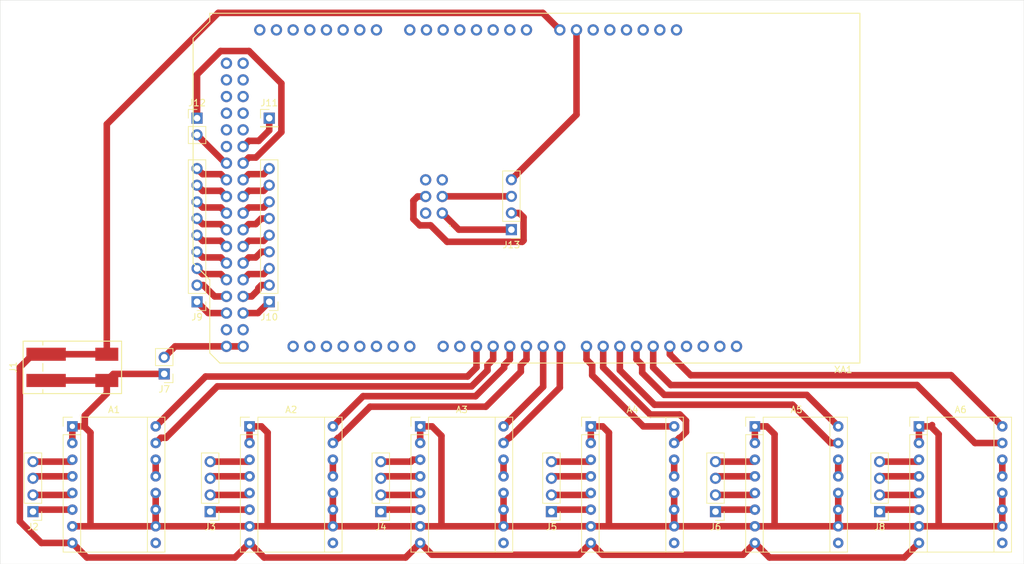
<source format=kicad_pcb>
(kicad_pcb (version 20171130) (host pcbnew 5.1.2-f72e74a~84~ubuntu18.04.1)

  (general
    (thickness 1.6)
    (drawings 5)
    (tracks 310)
    (zones 0)
    (modules 20)
    (nets 122)
  )

  (page A4)
  (layers
    (0 F.Cu signal)
    (31 B.Cu signal)
    (32 B.Adhes user)
    (33 F.Adhes user)
    (34 B.Paste user)
    (35 F.Paste user)
    (36 B.SilkS user)
    (37 F.SilkS user)
    (38 B.Mask user)
    (39 F.Mask user)
    (40 Dwgs.User user)
    (41 Cmts.User user)
    (42 Eco1.User user)
    (43 Eco2.User user)
    (44 Edge.Cuts user)
    (45 Margin user)
    (46 B.CrtYd user)
    (47 F.CrtYd user)
    (48 B.Fab user)
    (49 F.Fab user)
  )

  (setup
    (last_trace_width 1)
    (trace_clearance 0.5)
    (zone_clearance 0.508)
    (zone_45_only no)
    (trace_min 0.2)
    (via_size 0.8)
    (via_drill 0.4)
    (via_min_size 0.4)
    (via_min_drill 0.3)
    (uvia_size 0.3)
    (uvia_drill 0.1)
    (uvias_allowed no)
    (uvia_min_size 0.2)
    (uvia_min_drill 0.1)
    (edge_width 0.05)
    (segment_width 0.2)
    (pcb_text_width 0.3)
    (pcb_text_size 1.5 1.5)
    (mod_edge_width 0.12)
    (mod_text_size 1 1)
    (mod_text_width 0.15)
    (pad_size 1.524 1.524)
    (pad_drill 0.762)
    (pad_to_mask_clearance 0.051)
    (solder_mask_min_width 0.25)
    (aux_axis_origin 0 0)
    (visible_elements FFFFFF7F)
    (pcbplotparams
      (layerselection 0x010fc_ffffffff)
      (usegerberextensions false)
      (usegerberattributes false)
      (usegerberadvancedattributes false)
      (creategerberjobfile false)
      (excludeedgelayer true)
      (linewidth 0.100000)
      (plotframeref false)
      (viasonmask false)
      (mode 1)
      (useauxorigin false)
      (hpglpennumber 1)
      (hpglpenspeed 20)
      (hpglpendiameter 15.000000)
      (psnegative false)
      (psa4output false)
      (plotreference true)
      (plotvalue true)
      (plotinvisibletext false)
      (padsonsilk false)
      (subtractmaskfromsilk false)
      (outputformat 1)
      (mirror false)
      (drillshape 1)
      (scaleselection 1)
      (outputdirectory ""))
  )

  (net 0 "")
  (net 1 GND)
  (net 2 "Net-(A1-Pad3)")
  (net 3 "Net-(A1-Pad4)")
  (net 4 "Net-(A1-Pad5)")
  (net 5 "Net-(A1-Pad13)")
  (net 6 "Net-(A1-Pad6)")
  (net 7 /STEP_motor0)
  (net 8 /DIR_motor0)
  (net 9 /DIR_motor1)
  (net 10 /STEP_motor1)
  (net 11 "Net-(A2-Pad13)")
  (net 12 "Net-(A2-Pad6)")
  (net 13 "Net-(A2-Pad5)")
  (net 14 "Net-(A2-Pad4)")
  (net 15 "Net-(A2-Pad3)")
  (net 16 "Net-(A3-Pad3)")
  (net 17 "Net-(A3-Pad4)")
  (net 18 "Net-(A3-Pad5)")
  (net 19 "Net-(A3-Pad13)")
  (net 20 "Net-(A3-Pad6)")
  (net 21 /STEP_motor2)
  (net 22 /DIR_motor2)
  (net 23 /DIR_motor3)
  (net 24 /STEP_motor3)
  (net 25 "Net-(A4-Pad13)")
  (net 26 "Net-(A4-Pad6)")
  (net 27 "Net-(A4-Pad5)")
  (net 28 "Net-(A4-Pad4)")
  (net 29 "Net-(A4-Pad3)")
  (net 30 "Net-(A5-Pad3)")
  (net 31 "Net-(A5-Pad4)")
  (net 32 "Net-(A5-Pad5)")
  (net 33 "Net-(A5-Pad13)")
  (net 34 "Net-(A5-Pad6)")
  (net 35 /STEP_motor4)
  (net 36 /DIR_motor4)
  (net 37 /DIR_motor5)
  (net 38 /STEP_motor5)
  (net 39 "Net-(A6-Pad13)")
  (net 40 "Net-(A6-Pad6)")
  (net 41 "Net-(A6-Pad5)")
  (net 42 "Net-(A6-Pad4)")
  (net 43 "Net-(A6-Pad3)")
  (net 44 +12V)
  (net 45 /UP_motor0)
  (net 46 /DOWN_motor0)
  (net 47 /HOME_motor0)
  (net 48 /UP_motor1)
  (net 49 /DOWN_motor1)
  (net 50 /HOME_motor1)
  (net 51 /UP_motor2)
  (net 52 /DOWN_motor2)
  (net 53 /HOME_motor2)
  (net 54 /UP_motor3)
  (net 55 /DOWN_motor3)
  (net 56 /HOME_motor3)
  (net 57 /UP_motor4)
  (net 58 /DOWN_motor4)
  (net 59 /HOME_motor4)
  (net 60 /UP_motor5)
  (net 61 /DOWN_motor5)
  (net 62 /HOME_motor5)
  (net 63 /EMERGENCY)
  (net 64 /ONOFF)
  (net 65 /5V)
  (net 66 /NEOPIXEL)
  (net 67 "Net-(XA1-PadRST2)")
  (net 68 "Net-(XA1-PadGND4)")
  (net 69 /MOSI)
  (net 70 /SCK)
  (net 71 "Net-(XA1-Pad5V2)")
  (net 72 "Net-(XA1-PadA0)")
  (net 73 "Net-(XA1-Pad3V3)")
  (net 74 "Net-(XA1-PadRST1)")
  (net 75 "Net-(XA1-PadIORF)")
  (net 76 "Net-(XA1-PadD21)")
  (net 77 "Net-(XA1-PadD20)")
  (net 78 "Net-(XA1-PadD19)")
  (net 79 "Net-(XA1-PadD18)")
  (net 80 "Net-(XA1-PadD17)")
  (net 81 "Net-(XA1-PadD16)")
  (net 82 "Net-(XA1-PadD15)")
  (net 83 "Net-(XA1-PadD14)")
  (net 84 "Net-(XA1-PadD0)")
  (net 85 "Net-(XA1-PadD1)")
  (net 86 "Net-(XA1-PadSCL)")
  (net 87 "Net-(XA1-PadSDA)")
  (net 88 "Net-(XA1-PadAREF)")
  (net 89 "Net-(XA1-PadA1)")
  (net 90 "Net-(XA1-PadA2)")
  (net 91 "Net-(XA1-PadA3)")
  (net 92 "Net-(XA1-PadA4)")
  (net 93 "Net-(XA1-PadA5)")
  (net 94 "Net-(XA1-PadA6)")
  (net 95 "Net-(XA1-PadA7)")
  (net 96 "Net-(XA1-PadA8)")
  (net 97 "Net-(XA1-PadA9)")
  (net 98 "Net-(XA1-PadA10)")
  (net 99 "Net-(XA1-PadA11)")
  (net 100 "Net-(XA1-PadA12)")
  (net 101 "Net-(XA1-PadA13)")
  (net 102 "Net-(XA1-PadA14)")
  (net 103 "Net-(XA1-PadA15)")
  (net 104 "Net-(XA1-PadD45)")
  (net 105 "Net-(XA1-PadD46)")
  (net 106 "Net-(XA1-PadD47)")
  (net 107 "Net-(XA1-PadD48)")
  (net 108 "Net-(XA1-PadD49)")
  (net 109 "Net-(XA1-PadD50)")
  (net 110 "Net-(XA1-PadD51)")
  (net 111 "Net-(XA1-PadD52)")
  (net 112 /SS)
  (net 113 /MISO)
  (net 114 "Net-(A1-Pad9)")
  (net 115 "Net-(A2-Pad9)")
  (net 116 "Net-(A3-Pad9)")
  (net 117 "Net-(A4-Pad9)")
  (net 118 "Net-(A5-Pad9)")
  (net 119 "Net-(A6-Pad9)")
  (net 120 "Net-(XA1-PadD23)")
  (net 121 "Net-(XA1-PadD22)")

  (net_class Default "This is the default net class."
    (clearance 0.5)
    (trace_width 1)
    (via_dia 0.8)
    (via_drill 0.4)
    (uvia_dia 0.3)
    (uvia_drill 0.1)
    (add_net +12V)
    (add_net /5V)
    (add_net /DIR_motor0)
    (add_net /DIR_motor1)
    (add_net /DIR_motor2)
    (add_net /DIR_motor3)
    (add_net /DIR_motor4)
    (add_net /DIR_motor5)
    (add_net /DOWN_motor0)
    (add_net /DOWN_motor1)
    (add_net /DOWN_motor2)
    (add_net /DOWN_motor3)
    (add_net /DOWN_motor4)
    (add_net /DOWN_motor5)
    (add_net /EMERGENCY)
    (add_net /HOME_motor0)
    (add_net /HOME_motor1)
    (add_net /HOME_motor2)
    (add_net /HOME_motor3)
    (add_net /HOME_motor4)
    (add_net /HOME_motor5)
    (add_net /MISO)
    (add_net /MOSI)
    (add_net /NEOPIXEL)
    (add_net /ONOFF)
    (add_net /SCK)
    (add_net /SS)
    (add_net /STEP_motor0)
    (add_net /STEP_motor1)
    (add_net /STEP_motor2)
    (add_net /STEP_motor3)
    (add_net /STEP_motor4)
    (add_net /STEP_motor5)
    (add_net /UP_motor0)
    (add_net /UP_motor1)
    (add_net /UP_motor2)
    (add_net /UP_motor3)
    (add_net /UP_motor4)
    (add_net /UP_motor5)
    (add_net GND)
    (add_net "Net-(A1-Pad13)")
    (add_net "Net-(A1-Pad3)")
    (add_net "Net-(A1-Pad4)")
    (add_net "Net-(A1-Pad5)")
    (add_net "Net-(A1-Pad6)")
    (add_net "Net-(A1-Pad9)")
    (add_net "Net-(A2-Pad13)")
    (add_net "Net-(A2-Pad3)")
    (add_net "Net-(A2-Pad4)")
    (add_net "Net-(A2-Pad5)")
    (add_net "Net-(A2-Pad6)")
    (add_net "Net-(A2-Pad9)")
    (add_net "Net-(A3-Pad13)")
    (add_net "Net-(A3-Pad3)")
    (add_net "Net-(A3-Pad4)")
    (add_net "Net-(A3-Pad5)")
    (add_net "Net-(A3-Pad6)")
    (add_net "Net-(A3-Pad9)")
    (add_net "Net-(A4-Pad13)")
    (add_net "Net-(A4-Pad3)")
    (add_net "Net-(A4-Pad4)")
    (add_net "Net-(A4-Pad5)")
    (add_net "Net-(A4-Pad6)")
    (add_net "Net-(A4-Pad9)")
    (add_net "Net-(A5-Pad13)")
    (add_net "Net-(A5-Pad3)")
    (add_net "Net-(A5-Pad4)")
    (add_net "Net-(A5-Pad5)")
    (add_net "Net-(A5-Pad6)")
    (add_net "Net-(A5-Pad9)")
    (add_net "Net-(A6-Pad13)")
    (add_net "Net-(A6-Pad3)")
    (add_net "Net-(A6-Pad4)")
    (add_net "Net-(A6-Pad5)")
    (add_net "Net-(A6-Pad6)")
    (add_net "Net-(A6-Pad9)")
    (add_net "Net-(XA1-Pad3V3)")
    (add_net "Net-(XA1-Pad5V2)")
    (add_net "Net-(XA1-PadA0)")
    (add_net "Net-(XA1-PadA1)")
    (add_net "Net-(XA1-PadA10)")
    (add_net "Net-(XA1-PadA11)")
    (add_net "Net-(XA1-PadA12)")
    (add_net "Net-(XA1-PadA13)")
    (add_net "Net-(XA1-PadA14)")
    (add_net "Net-(XA1-PadA15)")
    (add_net "Net-(XA1-PadA2)")
    (add_net "Net-(XA1-PadA3)")
    (add_net "Net-(XA1-PadA4)")
    (add_net "Net-(XA1-PadA5)")
    (add_net "Net-(XA1-PadA6)")
    (add_net "Net-(XA1-PadA7)")
    (add_net "Net-(XA1-PadA8)")
    (add_net "Net-(XA1-PadA9)")
    (add_net "Net-(XA1-PadAREF)")
    (add_net "Net-(XA1-PadD0)")
    (add_net "Net-(XA1-PadD1)")
    (add_net "Net-(XA1-PadD14)")
    (add_net "Net-(XA1-PadD15)")
    (add_net "Net-(XA1-PadD16)")
    (add_net "Net-(XA1-PadD17)")
    (add_net "Net-(XA1-PadD18)")
    (add_net "Net-(XA1-PadD19)")
    (add_net "Net-(XA1-PadD20)")
    (add_net "Net-(XA1-PadD21)")
    (add_net "Net-(XA1-PadD22)")
    (add_net "Net-(XA1-PadD23)")
    (add_net "Net-(XA1-PadD45)")
    (add_net "Net-(XA1-PadD46)")
    (add_net "Net-(XA1-PadD47)")
    (add_net "Net-(XA1-PadD48)")
    (add_net "Net-(XA1-PadD49)")
    (add_net "Net-(XA1-PadD50)")
    (add_net "Net-(XA1-PadD51)")
    (add_net "Net-(XA1-PadD52)")
    (add_net "Net-(XA1-PadGND4)")
    (add_net "Net-(XA1-PadIORF)")
    (add_net "Net-(XA1-PadRST1)")
    (add_net "Net-(XA1-PadRST2)")
    (add_net "Net-(XA1-PadSCL)")
    (add_net "Net-(XA1-PadSDA)")
  )

  (module Arduino:Arduino_Mega2560_Shield (layer F.Cu) (tedit 5A8605D3) (tstamp 5D1C3DF1)
    (at 173 63 180)
    (descr https://store.arduino.cc/arduino-mega-2560-rev3)
    (path /5D1C0625)
    (fp_text reference XA1 (at 2.54 -54.356) (layer F.SilkS)
      (effects (font (size 1 1) (thickness 0.15)))
    )
    (fp_text value Arduino_Mega2560_Shield (at 15.494 -54.356) (layer F.Fab)
      (effects (font (size 1 1) (thickness 0.15)))
    )
    (fp_line (start 9.525 -32.385) (end -6.35 -32.385) (layer B.CrtYd) (width 0.15))
    (fp_line (start 9.525 -43.815) (end -6.35 -43.815) (layer B.CrtYd) (width 0.15))
    (fp_line (start 9.525 -43.815) (end 9.525 -32.385) (layer B.CrtYd) (width 0.15))
    (fp_line (start -6.35 -43.815) (end -6.35 -32.385) (layer B.CrtYd) (width 0.15))
    (fp_text user . (at 62.484 -32.004) (layer F.SilkS)
      (effects (font (size 1 1) (thickness 0.15)))
    )
    (fp_line (start 11.43 -12.065) (end 11.43 -3.175) (layer B.CrtYd) (width 0.15))
    (fp_line (start -1.905 -3.175) (end 11.43 -3.175) (layer B.CrtYd) (width 0.15))
    (fp_line (start -1.905 -12.065) (end -1.905 -3.175) (layer B.CrtYd) (width 0.15))
    (fp_line (start -1.905 -12.065) (end 11.43 -12.065) (layer B.CrtYd) (width 0.15))
    (fp_line (start 0 -53.34) (end 0 0) (layer F.SilkS) (width 0.15))
    (fp_line (start 99.06 -40.64) (end 99.06 -51.816) (layer F.SilkS) (width 0.15))
    (fp_line (start 101.6 -38.1) (end 99.06 -40.64) (layer F.SilkS) (width 0.15))
    (fp_line (start 101.6 -3.81) (end 101.6 -38.1) (layer F.SilkS) (width 0.15))
    (fp_line (start 99.06 -1.27) (end 101.6 -3.81) (layer F.SilkS) (width 0.15))
    (fp_line (start 99.06 0) (end 99.06 -1.27) (layer F.SilkS) (width 0.15))
    (fp_line (start 97.536 -53.34) (end 99.06 -51.816) (layer F.SilkS) (width 0.15))
    (fp_line (start 0 0) (end 99.06 0) (layer F.SilkS) (width 0.15))
    (fp_line (start 0 -53.34) (end 97.536 -53.34) (layer F.SilkS) (width 0.15))
    (pad RST2 thru_hole oval (at 63.627 -25.4 180) (size 1.7272 1.7272) (drill 1.016) (layers *.Cu *.Mask)
      (net 67 "Net-(XA1-PadRST2)"))
    (pad GND4 thru_hole oval (at 66.167 -25.4 180) (size 1.7272 1.7272) (drill 1.016) (layers *.Cu *.Mask)
      (net 68 "Net-(XA1-PadGND4)"))
    (pad MOSI thru_hole oval (at 66.167 -27.94 180) (size 1.7272 1.7272) (drill 1.016) (layers *.Cu *.Mask)
      (net 69 /MOSI))
    (pad SCK thru_hole oval (at 63.627 -27.94 180) (size 1.7272 1.7272) (drill 1.016) (layers *.Cu *.Mask)
      (net 70 /SCK))
    (pad 5V2 thru_hole oval (at 66.167 -30.48 180) (size 1.7272 1.7272) (drill 1.016) (layers *.Cu *.Mask)
      (net 71 "Net-(XA1-Pad5V2)"))
    (pad A0 thru_hole oval (at 50.8 -2.54 180) (size 1.7272 1.7272) (drill 1.016) (layers *.Cu *.Mask)
      (net 72 "Net-(XA1-PadA0)"))
    (pad VIN thru_hole oval (at 45.72 -2.54 180) (size 1.7272 1.7272) (drill 1.016) (layers *.Cu *.Mask)
      (net 44 +12V))
    (pad GND3 thru_hole oval (at 43.18 -2.54 180) (size 1.7272 1.7272) (drill 1.016) (layers *.Cu *.Mask)
      (net 1 GND))
    (pad GND2 thru_hole oval (at 40.64 -2.54 180) (size 1.7272 1.7272) (drill 1.016) (layers *.Cu *.Mask)
      (net 1 GND))
    (pad 5V1 thru_hole oval (at 38.1 -2.54 180) (size 1.7272 1.7272) (drill 1.016) (layers *.Cu *.Mask)
      (net 65 /5V))
    (pad 3V3 thru_hole oval (at 35.56 -2.54 180) (size 1.7272 1.7272) (drill 1.016) (layers *.Cu *.Mask)
      (net 73 "Net-(XA1-Pad3V3)"))
    (pad RST1 thru_hole oval (at 33.02 -2.54 180) (size 1.7272 1.7272) (drill 1.016) (layers *.Cu *.Mask)
      (net 74 "Net-(XA1-PadRST1)"))
    (pad IORF thru_hole oval (at 30.48 -2.54 180) (size 1.7272 1.7272) (drill 1.016) (layers *.Cu *.Mask)
      (net 75 "Net-(XA1-PadIORF)"))
    (pad D21 thru_hole oval (at 86.36 -50.8 180) (size 1.7272 1.7272) (drill 1.016) (layers *.Cu *.Mask)
      (net 76 "Net-(XA1-PadD21)"))
    (pad D20 thru_hole oval (at 83.82 -50.8 180) (size 1.7272 1.7272) (drill 1.016) (layers *.Cu *.Mask)
      (net 77 "Net-(XA1-PadD20)"))
    (pad D19 thru_hole oval (at 81.28 -50.8 180) (size 1.7272 1.7272) (drill 1.016) (layers *.Cu *.Mask)
      (net 78 "Net-(XA1-PadD19)"))
    (pad D18 thru_hole oval (at 78.74 -50.8 180) (size 1.7272 1.7272) (drill 1.016) (layers *.Cu *.Mask)
      (net 79 "Net-(XA1-PadD18)"))
    (pad D17 thru_hole oval (at 76.2 -50.8 180) (size 1.7272 1.7272) (drill 1.016) (layers *.Cu *.Mask)
      (net 80 "Net-(XA1-PadD17)"))
    (pad D16 thru_hole oval (at 73.66 -50.8 180) (size 1.7272 1.7272) (drill 1.016) (layers *.Cu *.Mask)
      (net 81 "Net-(XA1-PadD16)"))
    (pad D15 thru_hole oval (at 71.12 -50.8 180) (size 1.7272 1.7272) (drill 1.016) (layers *.Cu *.Mask)
      (net 82 "Net-(XA1-PadD15)"))
    (pad D14 thru_hole oval (at 68.58 -50.8 180) (size 1.7272 1.7272) (drill 1.016) (layers *.Cu *.Mask)
      (net 83 "Net-(XA1-PadD14)"))
    (pad D0 thru_hole oval (at 63.5 -50.8 180) (size 1.7272 1.7272) (drill 1.016) (layers *.Cu *.Mask)
      (net 84 "Net-(XA1-PadD0)"))
    (pad D1 thru_hole oval (at 60.96 -50.8 180) (size 1.7272 1.7272) (drill 1.016) (layers *.Cu *.Mask)
      (net 85 "Net-(XA1-PadD1)"))
    (pad D2 thru_hole oval (at 58.42 -50.8 180) (size 1.7272 1.7272) (drill 1.016) (layers *.Cu *.Mask)
      (net 8 /DIR_motor0))
    (pad D3 thru_hole oval (at 55.88 -50.8 180) (size 1.7272 1.7272) (drill 1.016) (layers *.Cu *.Mask)
      (net 7 /STEP_motor0))
    (pad D4 thru_hole oval (at 53.34 -50.8 180) (size 1.7272 1.7272) (drill 1.016) (layers *.Cu *.Mask)
      (net 9 /DIR_motor1))
    (pad D5 thru_hole oval (at 50.8 -50.8 180) (size 1.7272 1.7272) (drill 1.016) (layers *.Cu *.Mask)
      (net 10 /STEP_motor1))
    (pad D6 thru_hole oval (at 48.26 -50.8 180) (size 1.7272 1.7272) (drill 1.016) (layers *.Cu *.Mask)
      (net 22 /DIR_motor2))
    (pad D7 thru_hole oval (at 45.72 -50.8 180) (size 1.7272 1.7272) (drill 1.016) (layers *.Cu *.Mask)
      (net 21 /STEP_motor2))
    (pad GND1 thru_hole oval (at 26.416 -50.8 180) (size 1.7272 1.7272) (drill 1.016) (layers *.Cu *.Mask)
      (net 1 GND))
    (pad D8 thru_hole oval (at 41.656 -50.8 180) (size 1.7272 1.7272) (drill 1.016) (layers *.Cu *.Mask)
      (net 23 /DIR_motor3))
    (pad D9 thru_hole oval (at 39.116 -50.8 180) (size 1.7272 1.7272) (drill 1.016) (layers *.Cu *.Mask)
      (net 24 /STEP_motor3))
    (pad D10 thru_hole oval (at 36.576 -50.8 180) (size 1.7272 1.7272) (drill 1.016) (layers *.Cu *.Mask)
      (net 36 /DIR_motor4))
    (pad "" np_thru_hole circle (at 66.04 -7.62 180) (size 3.2 3.2) (drill 3.2) (layers *.Cu *.Mask))
    (pad "" np_thru_hole circle (at 66.04 -35.56 180) (size 3.2 3.2) (drill 3.2) (layers *.Cu *.Mask))
    (pad "" np_thru_hole circle (at 90.17 -50.8 180) (size 3.2 3.2) (drill 3.2) (layers *.Cu *.Mask))
    (pad "" np_thru_hole circle (at 15.24 -50.8 180) (size 3.2 3.2) (drill 3.2) (layers *.Cu *.Mask))
    (pad "" np_thru_hole circle (at 96.52 -2.54 180) (size 3.2 3.2) (drill 3.2) (layers *.Cu *.Mask))
    (pad "" np_thru_hole circle (at 13.97 -2.54 180) (size 3.2 3.2) (drill 3.2) (layers *.Cu *.Mask))
    (pad SCL thru_hole oval (at 18.796 -50.8 180) (size 1.7272 1.7272) (drill 1.016) (layers *.Cu *.Mask)
      (net 86 "Net-(XA1-PadSCL)"))
    (pad SDA thru_hole oval (at 21.336 -50.8 180) (size 1.7272 1.7272) (drill 1.016) (layers *.Cu *.Mask)
      (net 87 "Net-(XA1-PadSDA)"))
    (pad AREF thru_hole oval (at 23.876 -50.8 180) (size 1.7272 1.7272) (drill 1.016) (layers *.Cu *.Mask)
      (net 88 "Net-(XA1-PadAREF)"))
    (pad D13 thru_hole oval (at 28.956 -50.8 180) (size 1.7272 1.7272) (drill 1.016) (layers *.Cu *.Mask)
      (net 38 /STEP_motor5))
    (pad D12 thru_hole oval (at 31.496 -50.8 180) (size 1.7272 1.7272) (drill 1.016) (layers *.Cu *.Mask)
      (net 37 /DIR_motor5))
    (pad D11 thru_hole oval (at 34.036 -50.8 180) (size 1.7272 1.7272) (drill 1.016) (layers *.Cu *.Mask)
      (net 35 /STEP_motor4))
    (pad "" thru_hole oval (at 27.94 -2.54 180) (size 1.7272 1.7272) (drill 1.016) (layers *.Cu *.Mask))
    (pad A1 thru_hole oval (at 53.34 -2.54 180) (size 1.7272 1.7272) (drill 1.016) (layers *.Cu *.Mask)
      (net 89 "Net-(XA1-PadA1)"))
    (pad A2 thru_hole oval (at 55.88 -2.54 180) (size 1.7272 1.7272) (drill 1.016) (layers *.Cu *.Mask)
      (net 90 "Net-(XA1-PadA2)"))
    (pad A3 thru_hole oval (at 58.42 -2.54 180) (size 1.7272 1.7272) (drill 1.016) (layers *.Cu *.Mask)
      (net 91 "Net-(XA1-PadA3)"))
    (pad A4 thru_hole oval (at 60.96 -2.54 180) (size 1.7272 1.7272) (drill 1.016) (layers *.Cu *.Mask)
      (net 92 "Net-(XA1-PadA4)"))
    (pad A5 thru_hole oval (at 63.5 -2.54 180) (size 1.7272 1.7272) (drill 1.016) (layers *.Cu *.Mask)
      (net 93 "Net-(XA1-PadA5)"))
    (pad A6 thru_hole oval (at 66.04 -2.54 180) (size 1.7272 1.7272) (drill 1.016) (layers *.Cu *.Mask)
      (net 94 "Net-(XA1-PadA6)"))
    (pad A7 thru_hole oval (at 68.58 -2.54 180) (size 1.7272 1.7272) (drill 1.016) (layers *.Cu *.Mask)
      (net 95 "Net-(XA1-PadA7)"))
    (pad A8 thru_hole oval (at 73.66 -2.54 180) (size 1.7272 1.7272) (drill 1.016) (layers *.Cu *.Mask)
      (net 96 "Net-(XA1-PadA8)"))
    (pad A9 thru_hole oval (at 76.2 -2.54 180) (size 1.7272 1.7272) (drill 1.016) (layers *.Cu *.Mask)
      (net 97 "Net-(XA1-PadA9)"))
    (pad A10 thru_hole oval (at 78.74 -2.54 180) (size 1.7272 1.7272) (drill 1.016) (layers *.Cu *.Mask)
      (net 98 "Net-(XA1-PadA10)"))
    (pad A11 thru_hole oval (at 81.28 -2.54 180) (size 1.7272 1.7272) (drill 1.016) (layers *.Cu *.Mask)
      (net 99 "Net-(XA1-PadA11)"))
    (pad A12 thru_hole oval (at 83.82 -2.54 180) (size 1.7272 1.7272) (drill 1.016) (layers *.Cu *.Mask)
      (net 100 "Net-(XA1-PadA12)"))
    (pad A13 thru_hole oval (at 86.36 -2.54 180) (size 1.7272 1.7272) (drill 1.016) (layers *.Cu *.Mask)
      (net 101 "Net-(XA1-PadA13)"))
    (pad A14 thru_hole oval (at 88.9 -2.54 180) (size 1.7272 1.7272) (drill 1.016) (layers *.Cu *.Mask)
      (net 102 "Net-(XA1-PadA14)"))
    (pad A15 thru_hole oval (at 91.44 -2.54 180) (size 1.7272 1.7272) (drill 1.016) (layers *.Cu *.Mask)
      (net 103 "Net-(XA1-PadA15)"))
    (pad 5V3 thru_hole oval (at 93.98 -50.8 180) (size 1.7272 1.7272) (drill 1.016) (layers *.Cu *.Mask)
      (net 65 /5V))
    (pad 5V4 thru_hole oval (at 96.52 -50.8 180) (size 1.7272 1.7272) (drill 1.016) (layers *.Cu *.Mask)
      (net 65 /5V))
    (pad D22 thru_hole oval (at 93.98 -48.26 180) (size 1.7272 1.7272) (drill 1.016) (layers *.Cu *.Mask)
      (net 121 "Net-(XA1-PadD22)"))
    (pad D23 thru_hole oval (at 96.52 -48.26 180) (size 1.7272 1.7272) (drill 1.016) (layers *.Cu *.Mask)
      (net 120 "Net-(XA1-PadD23)"))
    (pad D24 thru_hole oval (at 93.98 -45.72 180) (size 1.7272 1.7272) (drill 1.016) (layers *.Cu *.Mask)
      (net 45 /UP_motor0))
    (pad D25 thru_hole oval (at 96.52 -45.72 180) (size 1.7272 1.7272) (drill 1.016) (layers *.Cu *.Mask)
      (net 46 /DOWN_motor0))
    (pad D26 thru_hole oval (at 93.98 -43.18 180) (size 1.7272 1.7272) (drill 1.016) (layers *.Cu *.Mask)
      (net 47 /HOME_motor0))
    (pad D27 thru_hole oval (at 96.52 -43.18 180) (size 1.7272 1.7272) (drill 1.016) (layers *.Cu *.Mask)
      (net 48 /UP_motor1))
    (pad D28 thru_hole oval (at 93.98 -40.64 180) (size 1.7272 1.7272) (drill 1.016) (layers *.Cu *.Mask)
      (net 49 /DOWN_motor1))
    (pad D29 thru_hole oval (at 96.52 -40.64 180) (size 1.7272 1.7272) (drill 1.016) (layers *.Cu *.Mask)
      (net 50 /HOME_motor1))
    (pad D30 thru_hole oval (at 93.98 -38.1 180) (size 1.7272 1.7272) (drill 1.016) (layers *.Cu *.Mask)
      (net 51 /UP_motor2))
    (pad D31 thru_hole oval (at 96.52 -38.1 180) (size 1.7272 1.7272) (drill 1.016) (layers *.Cu *.Mask)
      (net 52 /DOWN_motor2))
    (pad D32 thru_hole oval (at 93.98 -35.56 180) (size 1.7272 1.7272) (drill 1.016) (layers *.Cu *.Mask)
      (net 53 /HOME_motor2))
    (pad D33 thru_hole oval (at 96.52 -35.56 180) (size 1.7272 1.7272) (drill 1.016) (layers *.Cu *.Mask)
      (net 54 /UP_motor3))
    (pad D34 thru_hole oval (at 93.98 -33.02 180) (size 1.7272 1.7272) (drill 1.016) (layers *.Cu *.Mask)
      (net 55 /DOWN_motor3))
    (pad D35 thru_hole oval (at 96.52 -33.02 180) (size 1.7272 1.7272) (drill 1.016) (layers *.Cu *.Mask)
      (net 56 /HOME_motor3))
    (pad D36 thru_hole oval (at 93.98 -30.48 180) (size 1.7272 1.7272) (drill 1.016) (layers *.Cu *.Mask)
      (net 57 /UP_motor4))
    (pad D37 thru_hole oval (at 96.52 -30.48 180) (size 1.7272 1.7272) (drill 1.016) (layers *.Cu *.Mask)
      (net 58 /DOWN_motor4))
    (pad D38 thru_hole oval (at 93.98 -27.94 180) (size 1.7272 1.7272) (drill 1.016) (layers *.Cu *.Mask)
      (net 59 /HOME_motor4))
    (pad D39 thru_hole oval (at 96.52 -27.94 180) (size 1.7272 1.7272) (drill 1.016) (layers *.Cu *.Mask)
      (net 60 /UP_motor5))
    (pad D40 thru_hole oval (at 93.98 -25.4 180) (size 1.7272 1.7272) (drill 1.016) (layers *.Cu *.Mask)
      (net 61 /DOWN_motor5))
    (pad D41 thru_hole oval (at 96.52 -25.4 180) (size 1.7272 1.7272) (drill 1.016) (layers *.Cu *.Mask)
      (net 62 /HOME_motor5))
    (pad D42 thru_hole oval (at 93.98 -22.86 180) (size 1.7272 1.7272) (drill 1.016) (layers *.Cu *.Mask)
      (net 63 /EMERGENCY))
    (pad D43 thru_hole oval (at 96.52 -22.86 180) (size 1.7272 1.7272) (drill 1.016) (layers *.Cu *.Mask)
      (net 64 /ONOFF))
    (pad D44 thru_hole oval (at 93.98 -20.32 180) (size 1.7272 1.7272) (drill 1.016) (layers *.Cu *.Mask)
      (net 66 /NEOPIXEL))
    (pad D45 thru_hole oval (at 96.52 -20.32 180) (size 1.7272 1.7272) (drill 1.016) (layers *.Cu *.Mask)
      (net 104 "Net-(XA1-PadD45)"))
    (pad D46 thru_hole oval (at 93.98 -17.78 180) (size 1.7272 1.7272) (drill 1.016) (layers *.Cu *.Mask)
      (net 105 "Net-(XA1-PadD46)"))
    (pad D47 thru_hole oval (at 96.52 -17.78 180) (size 1.7272 1.7272) (drill 1.016) (layers *.Cu *.Mask)
      (net 106 "Net-(XA1-PadD47)"))
    (pad D48 thru_hole oval (at 93.98 -15.24 180) (size 1.7272 1.7272) (drill 1.016) (layers *.Cu *.Mask)
      (net 107 "Net-(XA1-PadD48)"))
    (pad D49 thru_hole oval (at 96.52 -15.24 180) (size 1.7272 1.7272) (drill 1.016) (layers *.Cu *.Mask)
      (net 108 "Net-(XA1-PadD49)"))
    (pad D50 thru_hole oval (at 93.98 -12.7 180) (size 1.7272 1.7272) (drill 1.016) (layers *.Cu *.Mask)
      (net 109 "Net-(XA1-PadD50)"))
    (pad D51 thru_hole oval (at 96.52 -12.7 180) (size 1.7272 1.7272) (drill 1.016) (layers *.Cu *.Mask)
      (net 110 "Net-(XA1-PadD51)"))
    (pad D52 thru_hole oval (at 93.98 -10.16 180) (size 1.7272 1.7272) (drill 1.016) (layers *.Cu *.Mask)
      (net 111 "Net-(XA1-PadD52)"))
    (pad D53 thru_hole oval (at 96.52 -10.16 180) (size 1.7272 1.7272) (drill 1.016) (layers *.Cu *.Mask)
      (net 112 /SS))
    (pad GND5 thru_hole oval (at 93.98 -7.62 180) (size 1.7272 1.7272) (drill 1.016) (layers *.Cu *.Mask)
      (net 1 GND))
    (pad GND6 thru_hole oval (at 96.52 -7.62 180) (size 1.7272 1.7272) (drill 1.016) (layers *.Cu *.Mask)
      (net 1 GND))
    (pad MISO thru_hole oval (at 63.627 -30.48 180) (size 1.7272 1.7272) (drill 1.016) (layers *.Cu *.Mask)
      (net 113 /MISO))
  )

  (module Module:Pololu_Breakout-16_15.2x20.3mm (layer F.Cu) (tedit 58AB602C) (tstamp 5D1C3BE3)
    (at 53 126)
    (descr "Pololu Breakout 16-pin 15.2x20.3mm 0.6x0.8\\")
    (tags "Pololu Breakout")
    (path /5D1BE321)
    (fp_text reference A1 (at 6.35 -2.54) (layer F.SilkS)
      (effects (font (size 1 1) (thickness 0.15)))
    )
    (fp_text value Pololu_Breakout_A4988 (at 6.35 20.17) (layer F.Fab)
      (effects (font (size 1 1) (thickness 0.15)))
    )
    (fp_text user %R (at 6.35 0) (layer F.Fab)
      (effects (font (size 1 1) (thickness 0.15)))
    )
    (fp_line (start 11.43 -1.4) (end 11.43 19.18) (layer F.SilkS) (width 0.12))
    (fp_line (start 1.27 1.27) (end 1.27 19.18) (layer F.SilkS) (width 0.12))
    (fp_line (start 0 -1.4) (end -1.4 -1.4) (layer F.SilkS) (width 0.12))
    (fp_line (start -1.4 -1.4) (end -1.4 0) (layer F.SilkS) (width 0.12))
    (fp_line (start 1.27 -1.4) (end 1.27 1.27) (layer F.SilkS) (width 0.12))
    (fp_line (start 1.27 1.27) (end -1.4 1.27) (layer F.SilkS) (width 0.12))
    (fp_line (start -1.4 1.27) (end -1.4 19.18) (layer F.SilkS) (width 0.12))
    (fp_line (start -1.4 19.18) (end 14.1 19.18) (layer F.SilkS) (width 0.12))
    (fp_line (start 14.1 19.18) (end 14.1 -1.4) (layer F.SilkS) (width 0.12))
    (fp_line (start 14.1 -1.4) (end 1.27 -1.4) (layer F.SilkS) (width 0.12))
    (fp_line (start -1.27 0) (end 0 -1.27) (layer F.Fab) (width 0.1))
    (fp_line (start 0 -1.27) (end 13.97 -1.27) (layer F.Fab) (width 0.1))
    (fp_line (start 13.97 -1.27) (end 13.97 19.05) (layer F.Fab) (width 0.1))
    (fp_line (start 13.97 19.05) (end -1.27 19.05) (layer F.Fab) (width 0.1))
    (fp_line (start -1.27 19.05) (end -1.27 0) (layer F.Fab) (width 0.1))
    (fp_line (start -1.53 -1.52) (end 14.21 -1.52) (layer F.CrtYd) (width 0.05))
    (fp_line (start -1.53 -1.52) (end -1.53 19.3) (layer F.CrtYd) (width 0.05))
    (fp_line (start 14.21 19.3) (end 14.21 -1.52) (layer F.CrtYd) (width 0.05))
    (fp_line (start 14.21 19.3) (end -1.53 19.3) (layer F.CrtYd) (width 0.05))
    (pad 1 thru_hole rect (at 0 0) (size 1.6 1.6) (drill 0.8) (layers *.Cu *.Mask)
      (net 1 GND))
    (pad 9 thru_hole oval (at 12.7 17.78) (size 1.6 1.6) (drill 0.8) (layers *.Cu *.Mask)
      (net 114 "Net-(A1-Pad9)"))
    (pad 2 thru_hole oval (at 0 2.54) (size 1.6 1.6) (drill 0.8) (layers *.Cu *.Mask)
      (net 1 GND))
    (pad 10 thru_hole oval (at 12.7 15.24) (size 1.6 1.6) (drill 0.8) (layers *.Cu *.Mask)
      (net 1 GND))
    (pad 3 thru_hole oval (at 0 5.08) (size 1.6 1.6) (drill 0.8) (layers *.Cu *.Mask)
      (net 2 "Net-(A1-Pad3)"))
    (pad 11 thru_hole oval (at 12.7 12.7) (size 1.6 1.6) (drill 0.8) (layers *.Cu *.Mask)
      (net 1 GND))
    (pad 4 thru_hole oval (at 0 7.62) (size 1.6 1.6) (drill 0.8) (layers *.Cu *.Mask)
      (net 3 "Net-(A1-Pad4)"))
    (pad 12 thru_hole oval (at 12.7 10.16) (size 1.6 1.6) (drill 0.8) (layers *.Cu *.Mask)
      (net 1 GND))
    (pad 5 thru_hole oval (at 0 10.16) (size 1.6 1.6) (drill 0.8) (layers *.Cu *.Mask)
      (net 4 "Net-(A1-Pad5)"))
    (pad 13 thru_hole oval (at 12.7 7.62) (size 1.6 1.6) (drill 0.8) (layers *.Cu *.Mask)
      (net 5 "Net-(A1-Pad13)"))
    (pad 6 thru_hole oval (at 0 12.7) (size 1.6 1.6) (drill 0.8) (layers *.Cu *.Mask)
      (net 6 "Net-(A1-Pad6)"))
    (pad 14 thru_hole oval (at 12.7 5.08) (size 1.6 1.6) (drill 0.8) (layers *.Cu *.Mask)
      (net 5 "Net-(A1-Pad13)"))
    (pad 7 thru_hole oval (at 0 15.24) (size 1.6 1.6) (drill 0.8) (layers *.Cu *.Mask)
      (net 1 GND))
    (pad 15 thru_hole oval (at 12.7 2.54) (size 1.6 1.6) (drill 0.8) (layers *.Cu *.Mask)
      (net 7 /STEP_motor0))
    (pad 8 thru_hole oval (at 0 17.78) (size 1.6 1.6) (drill 0.8) (layers *.Cu *.Mask)
      (net 44 +12V))
    (pad 16 thru_hole oval (at 12.7 0) (size 1.6 1.6) (drill 0.8) (layers *.Cu *.Mask)
      (net 8 /DIR_motor0))
    (model ${KISYS3DMOD}/Module.3dshapes/Pololu_Breakout-16_15.2x20.3mm.wrl
      (at (xyz 0 0 0))
      (scale (xyz 1 1 1))
      (rotate (xyz 0 0 0))
    )
  )

  (module Module:Pololu_Breakout-16_15.2x20.3mm (layer F.Cu) (tedit 58AB602C) (tstamp 5D1C3C0B)
    (at 80 126)
    (descr "Pololu Breakout 16-pin 15.2x20.3mm 0.6x0.8\\")
    (tags "Pololu Breakout")
    (path /5D1BE8B7)
    (fp_text reference A2 (at 6.35 -2.54) (layer F.SilkS)
      (effects (font (size 1 1) (thickness 0.15)))
    )
    (fp_text value Pololu_Breakout_A4988 (at 6.35 20.17) (layer F.Fab)
      (effects (font (size 1 1) (thickness 0.15)))
    )
    (fp_line (start 14.21 19.3) (end -1.53 19.3) (layer F.CrtYd) (width 0.05))
    (fp_line (start 14.21 19.3) (end 14.21 -1.52) (layer F.CrtYd) (width 0.05))
    (fp_line (start -1.53 -1.52) (end -1.53 19.3) (layer F.CrtYd) (width 0.05))
    (fp_line (start -1.53 -1.52) (end 14.21 -1.52) (layer F.CrtYd) (width 0.05))
    (fp_line (start -1.27 19.05) (end -1.27 0) (layer F.Fab) (width 0.1))
    (fp_line (start 13.97 19.05) (end -1.27 19.05) (layer F.Fab) (width 0.1))
    (fp_line (start 13.97 -1.27) (end 13.97 19.05) (layer F.Fab) (width 0.1))
    (fp_line (start 0 -1.27) (end 13.97 -1.27) (layer F.Fab) (width 0.1))
    (fp_line (start -1.27 0) (end 0 -1.27) (layer F.Fab) (width 0.1))
    (fp_line (start 14.1 -1.4) (end 1.27 -1.4) (layer F.SilkS) (width 0.12))
    (fp_line (start 14.1 19.18) (end 14.1 -1.4) (layer F.SilkS) (width 0.12))
    (fp_line (start -1.4 19.18) (end 14.1 19.18) (layer F.SilkS) (width 0.12))
    (fp_line (start -1.4 1.27) (end -1.4 19.18) (layer F.SilkS) (width 0.12))
    (fp_line (start 1.27 1.27) (end -1.4 1.27) (layer F.SilkS) (width 0.12))
    (fp_line (start 1.27 -1.4) (end 1.27 1.27) (layer F.SilkS) (width 0.12))
    (fp_line (start -1.4 -1.4) (end -1.4 0) (layer F.SilkS) (width 0.12))
    (fp_line (start 0 -1.4) (end -1.4 -1.4) (layer F.SilkS) (width 0.12))
    (fp_line (start 1.27 1.27) (end 1.27 19.18) (layer F.SilkS) (width 0.12))
    (fp_line (start 11.43 -1.4) (end 11.43 19.18) (layer F.SilkS) (width 0.12))
    (fp_text user %R (at 6.35 0) (layer F.Fab)
      (effects (font (size 1 1) (thickness 0.15)))
    )
    (pad 16 thru_hole oval (at 12.7 0) (size 1.6 1.6) (drill 0.8) (layers *.Cu *.Mask)
      (net 9 /DIR_motor1))
    (pad 8 thru_hole oval (at 0 17.78) (size 1.6 1.6) (drill 0.8) (layers *.Cu *.Mask)
      (net 44 +12V))
    (pad 15 thru_hole oval (at 12.7 2.54) (size 1.6 1.6) (drill 0.8) (layers *.Cu *.Mask)
      (net 10 /STEP_motor1))
    (pad 7 thru_hole oval (at 0 15.24) (size 1.6 1.6) (drill 0.8) (layers *.Cu *.Mask)
      (net 1 GND))
    (pad 14 thru_hole oval (at 12.7 5.08) (size 1.6 1.6) (drill 0.8) (layers *.Cu *.Mask)
      (net 11 "Net-(A2-Pad13)"))
    (pad 6 thru_hole oval (at 0 12.7) (size 1.6 1.6) (drill 0.8) (layers *.Cu *.Mask)
      (net 12 "Net-(A2-Pad6)"))
    (pad 13 thru_hole oval (at 12.7 7.62) (size 1.6 1.6) (drill 0.8) (layers *.Cu *.Mask)
      (net 11 "Net-(A2-Pad13)"))
    (pad 5 thru_hole oval (at 0 10.16) (size 1.6 1.6) (drill 0.8) (layers *.Cu *.Mask)
      (net 13 "Net-(A2-Pad5)"))
    (pad 12 thru_hole oval (at 12.7 10.16) (size 1.6 1.6) (drill 0.8) (layers *.Cu *.Mask)
      (net 1 GND))
    (pad 4 thru_hole oval (at 0 7.62) (size 1.6 1.6) (drill 0.8) (layers *.Cu *.Mask)
      (net 14 "Net-(A2-Pad4)"))
    (pad 11 thru_hole oval (at 12.7 12.7) (size 1.6 1.6) (drill 0.8) (layers *.Cu *.Mask)
      (net 1 GND))
    (pad 3 thru_hole oval (at 0 5.08) (size 1.6 1.6) (drill 0.8) (layers *.Cu *.Mask)
      (net 15 "Net-(A2-Pad3)"))
    (pad 10 thru_hole oval (at 12.7 15.24) (size 1.6 1.6) (drill 0.8) (layers *.Cu *.Mask)
      (net 1 GND))
    (pad 2 thru_hole oval (at 0 2.54) (size 1.6 1.6) (drill 0.8) (layers *.Cu *.Mask)
      (net 1 GND))
    (pad 9 thru_hole oval (at 12.7 17.78) (size 1.6 1.6) (drill 0.8) (layers *.Cu *.Mask)
      (net 115 "Net-(A2-Pad9)"))
    (pad 1 thru_hole rect (at 0 0) (size 1.6 1.6) (drill 0.8) (layers *.Cu *.Mask)
      (net 1 GND))
    (model ${KISYS3DMOD}/Module.3dshapes/Pololu_Breakout-16_15.2x20.3mm.wrl
      (at (xyz 0 0 0))
      (scale (xyz 1 1 1))
      (rotate (xyz 0 0 0))
    )
  )

  (module Module:Pololu_Breakout-16_15.2x20.3mm (layer F.Cu) (tedit 58AB602C) (tstamp 5D1C3C33)
    (at 106 126)
    (descr "Pololu Breakout 16-pin 15.2x20.3mm 0.6x0.8\\")
    (tags "Pololu Breakout")
    (path /5D1BEE95)
    (fp_text reference A3 (at 6.35 -2.54) (layer F.SilkS)
      (effects (font (size 1 1) (thickness 0.15)))
    )
    (fp_text value Pololu_Breakout_A4988 (at 6.35 20.17) (layer F.Fab)
      (effects (font (size 1 1) (thickness 0.15)))
    )
    (fp_text user %R (at 6.35 0) (layer F.Fab)
      (effects (font (size 1 1) (thickness 0.15)))
    )
    (fp_line (start 11.43 -1.4) (end 11.43 19.18) (layer F.SilkS) (width 0.12))
    (fp_line (start 1.27 1.27) (end 1.27 19.18) (layer F.SilkS) (width 0.12))
    (fp_line (start 0 -1.4) (end -1.4 -1.4) (layer F.SilkS) (width 0.12))
    (fp_line (start -1.4 -1.4) (end -1.4 0) (layer F.SilkS) (width 0.12))
    (fp_line (start 1.27 -1.4) (end 1.27 1.27) (layer F.SilkS) (width 0.12))
    (fp_line (start 1.27 1.27) (end -1.4 1.27) (layer F.SilkS) (width 0.12))
    (fp_line (start -1.4 1.27) (end -1.4 19.18) (layer F.SilkS) (width 0.12))
    (fp_line (start -1.4 19.18) (end 14.1 19.18) (layer F.SilkS) (width 0.12))
    (fp_line (start 14.1 19.18) (end 14.1 -1.4) (layer F.SilkS) (width 0.12))
    (fp_line (start 14.1 -1.4) (end 1.27 -1.4) (layer F.SilkS) (width 0.12))
    (fp_line (start -1.27 0) (end 0 -1.27) (layer F.Fab) (width 0.1))
    (fp_line (start 0 -1.27) (end 13.97 -1.27) (layer F.Fab) (width 0.1))
    (fp_line (start 13.97 -1.27) (end 13.97 19.05) (layer F.Fab) (width 0.1))
    (fp_line (start 13.97 19.05) (end -1.27 19.05) (layer F.Fab) (width 0.1))
    (fp_line (start -1.27 19.05) (end -1.27 0) (layer F.Fab) (width 0.1))
    (fp_line (start -1.53 -1.52) (end 14.21 -1.52) (layer F.CrtYd) (width 0.05))
    (fp_line (start -1.53 -1.52) (end -1.53 19.3) (layer F.CrtYd) (width 0.05))
    (fp_line (start 14.21 19.3) (end 14.21 -1.52) (layer F.CrtYd) (width 0.05))
    (fp_line (start 14.21 19.3) (end -1.53 19.3) (layer F.CrtYd) (width 0.05))
    (pad 1 thru_hole rect (at 0 0) (size 1.6 1.6) (drill 0.8) (layers *.Cu *.Mask)
      (net 1 GND))
    (pad 9 thru_hole oval (at 12.7 17.78) (size 1.6 1.6) (drill 0.8) (layers *.Cu *.Mask)
      (net 116 "Net-(A3-Pad9)"))
    (pad 2 thru_hole oval (at 0 2.54) (size 1.6 1.6) (drill 0.8) (layers *.Cu *.Mask)
      (net 1 GND))
    (pad 10 thru_hole oval (at 12.7 15.24) (size 1.6 1.6) (drill 0.8) (layers *.Cu *.Mask)
      (net 1 GND))
    (pad 3 thru_hole oval (at 0 5.08) (size 1.6 1.6) (drill 0.8) (layers *.Cu *.Mask)
      (net 16 "Net-(A3-Pad3)"))
    (pad 11 thru_hole oval (at 12.7 12.7) (size 1.6 1.6) (drill 0.8) (layers *.Cu *.Mask)
      (net 1 GND))
    (pad 4 thru_hole oval (at 0 7.62) (size 1.6 1.6) (drill 0.8) (layers *.Cu *.Mask)
      (net 17 "Net-(A3-Pad4)"))
    (pad 12 thru_hole oval (at 12.7 10.16) (size 1.6 1.6) (drill 0.8) (layers *.Cu *.Mask)
      (net 1 GND))
    (pad 5 thru_hole oval (at 0 10.16) (size 1.6 1.6) (drill 0.8) (layers *.Cu *.Mask)
      (net 18 "Net-(A3-Pad5)"))
    (pad 13 thru_hole oval (at 12.7 7.62) (size 1.6 1.6) (drill 0.8) (layers *.Cu *.Mask)
      (net 19 "Net-(A3-Pad13)"))
    (pad 6 thru_hole oval (at 0 12.7) (size 1.6 1.6) (drill 0.8) (layers *.Cu *.Mask)
      (net 20 "Net-(A3-Pad6)"))
    (pad 14 thru_hole oval (at 12.7 5.08) (size 1.6 1.6) (drill 0.8) (layers *.Cu *.Mask)
      (net 19 "Net-(A3-Pad13)"))
    (pad 7 thru_hole oval (at 0 15.24) (size 1.6 1.6) (drill 0.8) (layers *.Cu *.Mask)
      (net 1 GND))
    (pad 15 thru_hole oval (at 12.7 2.54) (size 1.6 1.6) (drill 0.8) (layers *.Cu *.Mask)
      (net 21 /STEP_motor2))
    (pad 8 thru_hole oval (at 0 17.78) (size 1.6 1.6) (drill 0.8) (layers *.Cu *.Mask)
      (net 44 +12V))
    (pad 16 thru_hole oval (at 12.7 0) (size 1.6 1.6) (drill 0.8) (layers *.Cu *.Mask)
      (net 22 /DIR_motor2))
    (model ${KISYS3DMOD}/Module.3dshapes/Pololu_Breakout-16_15.2x20.3mm.wrl
      (at (xyz 0 0 0))
      (scale (xyz 1 1 1))
      (rotate (xyz 0 0 0))
    )
  )

  (module Module:Pololu_Breakout-16_15.2x20.3mm (layer F.Cu) (tedit 58AB602C) (tstamp 5D1C3C5B)
    (at 132 126)
    (descr "Pololu Breakout 16-pin 15.2x20.3mm 0.6x0.8\\")
    (tags "Pololu Breakout")
    (path /5D1BF2B1)
    (fp_text reference A4 (at 6.35 -2.54) (layer F.SilkS)
      (effects (font (size 1 1) (thickness 0.15)))
    )
    (fp_text value Pololu_Breakout_A4988 (at 6.35 20.17) (layer F.Fab)
      (effects (font (size 1 1) (thickness 0.15)))
    )
    (fp_line (start 14.21 19.3) (end -1.53 19.3) (layer F.CrtYd) (width 0.05))
    (fp_line (start 14.21 19.3) (end 14.21 -1.52) (layer F.CrtYd) (width 0.05))
    (fp_line (start -1.53 -1.52) (end -1.53 19.3) (layer F.CrtYd) (width 0.05))
    (fp_line (start -1.53 -1.52) (end 14.21 -1.52) (layer F.CrtYd) (width 0.05))
    (fp_line (start -1.27 19.05) (end -1.27 0) (layer F.Fab) (width 0.1))
    (fp_line (start 13.97 19.05) (end -1.27 19.05) (layer F.Fab) (width 0.1))
    (fp_line (start 13.97 -1.27) (end 13.97 19.05) (layer F.Fab) (width 0.1))
    (fp_line (start 0 -1.27) (end 13.97 -1.27) (layer F.Fab) (width 0.1))
    (fp_line (start -1.27 0) (end 0 -1.27) (layer F.Fab) (width 0.1))
    (fp_line (start 14.1 -1.4) (end 1.27 -1.4) (layer F.SilkS) (width 0.12))
    (fp_line (start 14.1 19.18) (end 14.1 -1.4) (layer F.SilkS) (width 0.12))
    (fp_line (start -1.4 19.18) (end 14.1 19.18) (layer F.SilkS) (width 0.12))
    (fp_line (start -1.4 1.27) (end -1.4 19.18) (layer F.SilkS) (width 0.12))
    (fp_line (start 1.27 1.27) (end -1.4 1.27) (layer F.SilkS) (width 0.12))
    (fp_line (start 1.27 -1.4) (end 1.27 1.27) (layer F.SilkS) (width 0.12))
    (fp_line (start -1.4 -1.4) (end -1.4 0) (layer F.SilkS) (width 0.12))
    (fp_line (start 0 -1.4) (end -1.4 -1.4) (layer F.SilkS) (width 0.12))
    (fp_line (start 1.27 1.27) (end 1.27 19.18) (layer F.SilkS) (width 0.12))
    (fp_line (start 11.43 -1.4) (end 11.43 19.18) (layer F.SilkS) (width 0.12))
    (fp_text user %R (at 6.35 0) (layer F.Fab)
      (effects (font (size 1 1) (thickness 0.15)))
    )
    (pad 16 thru_hole oval (at 12.7 0) (size 1.6 1.6) (drill 0.8) (layers *.Cu *.Mask)
      (net 23 /DIR_motor3))
    (pad 8 thru_hole oval (at 0 17.78) (size 1.6 1.6) (drill 0.8) (layers *.Cu *.Mask)
      (net 44 +12V))
    (pad 15 thru_hole oval (at 12.7 2.54) (size 1.6 1.6) (drill 0.8) (layers *.Cu *.Mask)
      (net 24 /STEP_motor3))
    (pad 7 thru_hole oval (at 0 15.24) (size 1.6 1.6) (drill 0.8) (layers *.Cu *.Mask)
      (net 1 GND))
    (pad 14 thru_hole oval (at 12.7 5.08) (size 1.6 1.6) (drill 0.8) (layers *.Cu *.Mask)
      (net 25 "Net-(A4-Pad13)"))
    (pad 6 thru_hole oval (at 0 12.7) (size 1.6 1.6) (drill 0.8) (layers *.Cu *.Mask)
      (net 26 "Net-(A4-Pad6)"))
    (pad 13 thru_hole oval (at 12.7 7.62) (size 1.6 1.6) (drill 0.8) (layers *.Cu *.Mask)
      (net 25 "Net-(A4-Pad13)"))
    (pad 5 thru_hole oval (at 0 10.16) (size 1.6 1.6) (drill 0.8) (layers *.Cu *.Mask)
      (net 27 "Net-(A4-Pad5)"))
    (pad 12 thru_hole oval (at 12.7 10.16) (size 1.6 1.6) (drill 0.8) (layers *.Cu *.Mask)
      (net 1 GND))
    (pad 4 thru_hole oval (at 0 7.62) (size 1.6 1.6) (drill 0.8) (layers *.Cu *.Mask)
      (net 28 "Net-(A4-Pad4)"))
    (pad 11 thru_hole oval (at 12.7 12.7) (size 1.6 1.6) (drill 0.8) (layers *.Cu *.Mask)
      (net 1 GND))
    (pad 3 thru_hole oval (at 0 5.08) (size 1.6 1.6) (drill 0.8) (layers *.Cu *.Mask)
      (net 29 "Net-(A4-Pad3)"))
    (pad 10 thru_hole oval (at 12.7 15.24) (size 1.6 1.6) (drill 0.8) (layers *.Cu *.Mask)
      (net 1 GND))
    (pad 2 thru_hole oval (at 0 2.54) (size 1.6 1.6) (drill 0.8) (layers *.Cu *.Mask)
      (net 1 GND))
    (pad 9 thru_hole oval (at 12.7 17.78) (size 1.6 1.6) (drill 0.8) (layers *.Cu *.Mask)
      (net 117 "Net-(A4-Pad9)"))
    (pad 1 thru_hole rect (at 0 0) (size 1.6 1.6) (drill 0.8) (layers *.Cu *.Mask)
      (net 1 GND))
    (model ${KISYS3DMOD}/Module.3dshapes/Pololu_Breakout-16_15.2x20.3mm.wrl
      (at (xyz 0 0 0))
      (scale (xyz 1 1 1))
      (rotate (xyz 0 0 0))
    )
  )

  (module Module:Pololu_Breakout-16_15.2x20.3mm (layer F.Cu) (tedit 58AB602C) (tstamp 5D1C3C83)
    (at 157 126)
    (descr "Pololu Breakout 16-pin 15.2x20.3mm 0.6x0.8\\")
    (tags "Pololu Breakout")
    (path /5D1BF618)
    (fp_text reference A5 (at 6.35 -2.54) (layer F.SilkS)
      (effects (font (size 1 1) (thickness 0.15)))
    )
    (fp_text value Pololu_Breakout_A4988 (at 6.35 20.17) (layer F.Fab)
      (effects (font (size 1 1) (thickness 0.15)))
    )
    (fp_text user %R (at 6.35 0) (layer F.Fab)
      (effects (font (size 1 1) (thickness 0.15)))
    )
    (fp_line (start 11.43 -1.4) (end 11.43 19.18) (layer F.SilkS) (width 0.12))
    (fp_line (start 1.27 1.27) (end 1.27 19.18) (layer F.SilkS) (width 0.12))
    (fp_line (start 0 -1.4) (end -1.4 -1.4) (layer F.SilkS) (width 0.12))
    (fp_line (start -1.4 -1.4) (end -1.4 0) (layer F.SilkS) (width 0.12))
    (fp_line (start 1.27 -1.4) (end 1.27 1.27) (layer F.SilkS) (width 0.12))
    (fp_line (start 1.27 1.27) (end -1.4 1.27) (layer F.SilkS) (width 0.12))
    (fp_line (start -1.4 1.27) (end -1.4 19.18) (layer F.SilkS) (width 0.12))
    (fp_line (start -1.4 19.18) (end 14.1 19.18) (layer F.SilkS) (width 0.12))
    (fp_line (start 14.1 19.18) (end 14.1 -1.4) (layer F.SilkS) (width 0.12))
    (fp_line (start 14.1 -1.4) (end 1.27 -1.4) (layer F.SilkS) (width 0.12))
    (fp_line (start -1.27 0) (end 0 -1.27) (layer F.Fab) (width 0.1))
    (fp_line (start 0 -1.27) (end 13.97 -1.27) (layer F.Fab) (width 0.1))
    (fp_line (start 13.97 -1.27) (end 13.97 19.05) (layer F.Fab) (width 0.1))
    (fp_line (start 13.97 19.05) (end -1.27 19.05) (layer F.Fab) (width 0.1))
    (fp_line (start -1.27 19.05) (end -1.27 0) (layer F.Fab) (width 0.1))
    (fp_line (start -1.53 -1.52) (end 14.21 -1.52) (layer F.CrtYd) (width 0.05))
    (fp_line (start -1.53 -1.52) (end -1.53 19.3) (layer F.CrtYd) (width 0.05))
    (fp_line (start 14.21 19.3) (end 14.21 -1.52) (layer F.CrtYd) (width 0.05))
    (fp_line (start 14.21 19.3) (end -1.53 19.3) (layer F.CrtYd) (width 0.05))
    (pad 1 thru_hole rect (at 0 0) (size 1.6 1.6) (drill 0.8) (layers *.Cu *.Mask)
      (net 1 GND))
    (pad 9 thru_hole oval (at 12.7 17.78) (size 1.6 1.6) (drill 0.8) (layers *.Cu *.Mask)
      (net 118 "Net-(A5-Pad9)"))
    (pad 2 thru_hole oval (at 0 2.54) (size 1.6 1.6) (drill 0.8) (layers *.Cu *.Mask)
      (net 1 GND))
    (pad 10 thru_hole oval (at 12.7 15.24) (size 1.6 1.6) (drill 0.8) (layers *.Cu *.Mask)
      (net 1 GND))
    (pad 3 thru_hole oval (at 0 5.08) (size 1.6 1.6) (drill 0.8) (layers *.Cu *.Mask)
      (net 30 "Net-(A5-Pad3)"))
    (pad 11 thru_hole oval (at 12.7 12.7) (size 1.6 1.6) (drill 0.8) (layers *.Cu *.Mask)
      (net 1 GND))
    (pad 4 thru_hole oval (at 0 7.62) (size 1.6 1.6) (drill 0.8) (layers *.Cu *.Mask)
      (net 31 "Net-(A5-Pad4)"))
    (pad 12 thru_hole oval (at 12.7 10.16) (size 1.6 1.6) (drill 0.8) (layers *.Cu *.Mask)
      (net 1 GND))
    (pad 5 thru_hole oval (at 0 10.16) (size 1.6 1.6) (drill 0.8) (layers *.Cu *.Mask)
      (net 32 "Net-(A5-Pad5)"))
    (pad 13 thru_hole oval (at 12.7 7.62) (size 1.6 1.6) (drill 0.8) (layers *.Cu *.Mask)
      (net 33 "Net-(A5-Pad13)"))
    (pad 6 thru_hole oval (at 0 12.7) (size 1.6 1.6) (drill 0.8) (layers *.Cu *.Mask)
      (net 34 "Net-(A5-Pad6)"))
    (pad 14 thru_hole oval (at 12.7 5.08) (size 1.6 1.6) (drill 0.8) (layers *.Cu *.Mask)
      (net 33 "Net-(A5-Pad13)"))
    (pad 7 thru_hole oval (at 0 15.24) (size 1.6 1.6) (drill 0.8) (layers *.Cu *.Mask)
      (net 1 GND))
    (pad 15 thru_hole oval (at 12.7 2.54) (size 1.6 1.6) (drill 0.8) (layers *.Cu *.Mask)
      (net 36 /DIR_motor4))
    (pad 8 thru_hole oval (at 0 17.78) (size 1.6 1.6) (drill 0.8) (layers *.Cu *.Mask)
      (net 44 +12V))
    (pad 16 thru_hole oval (at 12.7 0) (size 1.6 1.6) (drill 0.8) (layers *.Cu *.Mask)
      (net 35 /STEP_motor4))
    (model ${KISYS3DMOD}/Module.3dshapes/Pololu_Breakout-16_15.2x20.3mm.wrl
      (at (xyz 0 0 0))
      (scale (xyz 1 1 1))
      (rotate (xyz 0 0 0))
    )
  )

  (module Module:Pololu_Breakout-16_15.2x20.3mm (layer F.Cu) (tedit 58AB602C) (tstamp 5D1C3CAB)
    (at 182 126)
    (descr "Pololu Breakout 16-pin 15.2x20.3mm 0.6x0.8\\")
    (tags "Pololu Breakout")
    (path /5D1BFA75)
    (fp_text reference A6 (at 6.35 -2.54) (layer F.SilkS)
      (effects (font (size 1 1) (thickness 0.15)))
    )
    (fp_text value Pololu_Breakout_A4988 (at 6.35 20.17) (layer F.Fab)
      (effects (font (size 1 1) (thickness 0.15)))
    )
    (fp_line (start 14.21 19.3) (end -1.53 19.3) (layer F.CrtYd) (width 0.05))
    (fp_line (start 14.21 19.3) (end 14.21 -1.52) (layer F.CrtYd) (width 0.05))
    (fp_line (start -1.53 -1.52) (end -1.53 19.3) (layer F.CrtYd) (width 0.05))
    (fp_line (start -1.53 -1.52) (end 14.21 -1.52) (layer F.CrtYd) (width 0.05))
    (fp_line (start -1.27 19.05) (end -1.27 0) (layer F.Fab) (width 0.1))
    (fp_line (start 13.97 19.05) (end -1.27 19.05) (layer F.Fab) (width 0.1))
    (fp_line (start 13.97 -1.27) (end 13.97 19.05) (layer F.Fab) (width 0.1))
    (fp_line (start 0 -1.27) (end 13.97 -1.27) (layer F.Fab) (width 0.1))
    (fp_line (start -1.27 0) (end 0 -1.27) (layer F.Fab) (width 0.1))
    (fp_line (start 14.1 -1.4) (end 1.27 -1.4) (layer F.SilkS) (width 0.12))
    (fp_line (start 14.1 19.18) (end 14.1 -1.4) (layer F.SilkS) (width 0.12))
    (fp_line (start -1.4 19.18) (end 14.1 19.18) (layer F.SilkS) (width 0.12))
    (fp_line (start -1.4 1.27) (end -1.4 19.18) (layer F.SilkS) (width 0.12))
    (fp_line (start 1.27 1.27) (end -1.4 1.27) (layer F.SilkS) (width 0.12))
    (fp_line (start 1.27 -1.4) (end 1.27 1.27) (layer F.SilkS) (width 0.12))
    (fp_line (start -1.4 -1.4) (end -1.4 0) (layer F.SilkS) (width 0.12))
    (fp_line (start 0 -1.4) (end -1.4 -1.4) (layer F.SilkS) (width 0.12))
    (fp_line (start 1.27 1.27) (end 1.27 19.18) (layer F.SilkS) (width 0.12))
    (fp_line (start 11.43 -1.4) (end 11.43 19.18) (layer F.SilkS) (width 0.12))
    (fp_text user %R (at 6.35 0) (layer F.Fab)
      (effects (font (size 1 1) (thickness 0.15)))
    )
    (pad 16 thru_hole oval (at 12.7 0) (size 1.6 1.6) (drill 0.8) (layers *.Cu *.Mask)
      (net 38 /STEP_motor5))
    (pad 8 thru_hole oval (at 0 17.78) (size 1.6 1.6) (drill 0.8) (layers *.Cu *.Mask)
      (net 44 +12V))
    (pad 15 thru_hole oval (at 12.7 2.54) (size 1.6 1.6) (drill 0.8) (layers *.Cu *.Mask)
      (net 37 /DIR_motor5))
    (pad 7 thru_hole oval (at 0 15.24) (size 1.6 1.6) (drill 0.8) (layers *.Cu *.Mask)
      (net 1 GND))
    (pad 14 thru_hole oval (at 12.7 5.08) (size 1.6 1.6) (drill 0.8) (layers *.Cu *.Mask)
      (net 39 "Net-(A6-Pad13)"))
    (pad 6 thru_hole oval (at 0 12.7) (size 1.6 1.6) (drill 0.8) (layers *.Cu *.Mask)
      (net 40 "Net-(A6-Pad6)"))
    (pad 13 thru_hole oval (at 12.7 7.62) (size 1.6 1.6) (drill 0.8) (layers *.Cu *.Mask)
      (net 39 "Net-(A6-Pad13)"))
    (pad 5 thru_hole oval (at 0 10.16) (size 1.6 1.6) (drill 0.8) (layers *.Cu *.Mask)
      (net 41 "Net-(A6-Pad5)"))
    (pad 12 thru_hole oval (at 12.7 10.16) (size 1.6 1.6) (drill 0.8) (layers *.Cu *.Mask)
      (net 1 GND))
    (pad 4 thru_hole oval (at 0 7.62) (size 1.6 1.6) (drill 0.8) (layers *.Cu *.Mask)
      (net 42 "Net-(A6-Pad4)"))
    (pad 11 thru_hole oval (at 12.7 12.7) (size 1.6 1.6) (drill 0.8) (layers *.Cu *.Mask)
      (net 1 GND))
    (pad 3 thru_hole oval (at 0 5.08) (size 1.6 1.6) (drill 0.8) (layers *.Cu *.Mask)
      (net 43 "Net-(A6-Pad3)"))
    (pad 10 thru_hole oval (at 12.7 15.24) (size 1.6 1.6) (drill 0.8) (layers *.Cu *.Mask)
      (net 1 GND))
    (pad 2 thru_hole oval (at 0 2.54) (size 1.6 1.6) (drill 0.8) (layers *.Cu *.Mask)
      (net 1 GND))
    (pad 9 thru_hole oval (at 12.7 17.78) (size 1.6 1.6) (drill 0.8) (layers *.Cu *.Mask)
      (net 119 "Net-(A6-Pad9)"))
    (pad 1 thru_hole rect (at 0 0) (size 1.6 1.6) (drill 0.8) (layers *.Cu *.Mask)
      (net 1 GND))
    (model ${KISYS3DMOD}/Module.3dshapes/Pololu_Breakout-16_15.2x20.3mm.wrl
      (at (xyz 0 0 0))
      (scale (xyz 1 1 1))
      (rotate (xyz 0 0 0))
    )
  )

  (module custom_lib:Wago_2060_2_SMD (layer F.Cu) (tedit 59C735DE) (tstamp 5D1C3CBE)
    (at 53 117 90)
    (path /5D1C86E8)
    (fp_text reference J1 (at 0 -9 90) (layer F.SilkS)
      (effects (font (size 1 1) (thickness 0.15)))
    )
    (fp_text value POWER (at 0 8.9 90) (layer F.Fab)
      (effects (font (size 1 1) (thickness 0.15)))
    )
    (fp_line (start 4 -4.5) (end 3.4 -4.5) (layer F.SilkS) (width 0.15))
    (fp_line (start -0.6 -4.5) (end 0.6 -4.5) (layer F.SilkS) (width 0.15))
    (fp_line (start -4 -4.5) (end -3.4 -4.5) (layer F.SilkS) (width 0.15))
    (fp_line (start -4 -7.5) (end 4 -7.5) (layer F.CrtYd) (width 0.15))
    (fp_line (start 4 -7.5) (end 4 7.5) (layer F.CrtYd) (width 0.15))
    (fp_line (start 4 7.5) (end -4 7.5) (layer F.CrtYd) (width 0.15))
    (fp_line (start -4 7.5) (end -4 -7.5) (layer F.CrtYd) (width 0.15))
    (fp_line (start 4 -7.5) (end -4 -7.5) (layer F.SilkS) (width 0.15))
    (fp_line (start -4 -7.5) (end -4 7.5) (layer F.SilkS) (width 0.15))
    (fp_line (start -4 7.5) (end 4 7.5) (layer F.SilkS) (width 0.15))
    (fp_line (start 4 7.5) (end 4 -7.5) (layer F.SilkS) (width 0.15))
    (pad 2 smd rect (at 2 5.25 90) (size 2 3.5) (layers F.Cu F.Paste F.Mask)
      (net 44 +12V))
    (pad 2 smd rect (at 2 -4 90) (size 2 6) (layers F.Cu F.Paste F.Mask)
      (net 44 +12V))
    (pad 1 smd rect (at -2 -4 90) (size 2 6) (layers F.Cu F.Paste F.Mask)
      (net 1 GND))
    (pad 1 smd rect (at -2 5.25 90) (size 2 3.5) (layers F.Cu F.Paste F.Mask)
      (net 1 GND))
  )

  (module Connector_PinHeader_2.54mm:PinHeader_1x04_P2.54mm_Vertical (layer F.Cu) (tedit 59FED5CC) (tstamp 5D1C3CD6)
    (at 47 139 180)
    (descr "Through hole straight pin header, 1x04, 2.54mm pitch, single row")
    (tags "Through hole pin header THT 1x04 2.54mm single row")
    (path /5D22E961)
    (fp_text reference J2 (at 0 -2.33) (layer F.SilkS)
      (effects (font (size 1 1) (thickness 0.15)))
    )
    (fp_text value motor0 (at 0 9.95) (layer F.Fab)
      (effects (font (size 1 1) (thickness 0.15)))
    )
    (fp_line (start -0.635 -1.27) (end 1.27 -1.27) (layer F.Fab) (width 0.1))
    (fp_line (start 1.27 -1.27) (end 1.27 8.89) (layer F.Fab) (width 0.1))
    (fp_line (start 1.27 8.89) (end -1.27 8.89) (layer F.Fab) (width 0.1))
    (fp_line (start -1.27 8.89) (end -1.27 -0.635) (layer F.Fab) (width 0.1))
    (fp_line (start -1.27 -0.635) (end -0.635 -1.27) (layer F.Fab) (width 0.1))
    (fp_line (start -1.33 8.95) (end 1.33 8.95) (layer F.SilkS) (width 0.12))
    (fp_line (start -1.33 1.27) (end -1.33 8.95) (layer F.SilkS) (width 0.12))
    (fp_line (start 1.33 1.27) (end 1.33 8.95) (layer F.SilkS) (width 0.12))
    (fp_line (start -1.33 1.27) (end 1.33 1.27) (layer F.SilkS) (width 0.12))
    (fp_line (start -1.33 0) (end -1.33 -1.33) (layer F.SilkS) (width 0.12))
    (fp_line (start -1.33 -1.33) (end 0 -1.33) (layer F.SilkS) (width 0.12))
    (fp_line (start -1.8 -1.8) (end -1.8 9.4) (layer F.CrtYd) (width 0.05))
    (fp_line (start -1.8 9.4) (end 1.8 9.4) (layer F.CrtYd) (width 0.05))
    (fp_line (start 1.8 9.4) (end 1.8 -1.8) (layer F.CrtYd) (width 0.05))
    (fp_line (start 1.8 -1.8) (end -1.8 -1.8) (layer F.CrtYd) (width 0.05))
    (fp_text user %R (at 0 3.81 90) (layer F.Fab)
      (effects (font (size 1 1) (thickness 0.15)))
    )
    (pad 1 thru_hole rect (at 0 0 180) (size 1.7 1.7) (drill 1) (layers *.Cu *.Mask)
      (net 6 "Net-(A1-Pad6)"))
    (pad 2 thru_hole oval (at 0 2.54 180) (size 1.7 1.7) (drill 1) (layers *.Cu *.Mask)
      (net 4 "Net-(A1-Pad5)"))
    (pad 3 thru_hole oval (at 0 5.08 180) (size 1.7 1.7) (drill 1) (layers *.Cu *.Mask)
      (net 3 "Net-(A1-Pad4)"))
    (pad 4 thru_hole oval (at 0 7.62 180) (size 1.7 1.7) (drill 1) (layers *.Cu *.Mask)
      (net 2 "Net-(A1-Pad3)"))
    (model ${KISYS3DMOD}/Connector_PinHeader_2.54mm.3dshapes/PinHeader_1x04_P2.54mm_Vertical.wrl
      (at (xyz 0 0 0))
      (scale (xyz 1 1 1))
      (rotate (xyz 0 0 0))
    )
  )

  (module Connector_PinHeader_2.54mm:PinHeader_1x04_P2.54mm_Vertical (layer F.Cu) (tedit 59FED5CC) (tstamp 5D1C3CEE)
    (at 74 139 180)
    (descr "Through hole straight pin header, 1x04, 2.54mm pitch, single row")
    (tags "Through hole pin header THT 1x04 2.54mm single row")
    (path /5D22FC68)
    (fp_text reference J3 (at 0 -2.33) (layer F.SilkS)
      (effects (font (size 1 1) (thickness 0.15)))
    )
    (fp_text value motor1 (at 0 9.95) (layer F.Fab)
      (effects (font (size 1 1) (thickness 0.15)))
    )
    (fp_text user %R (at 0 3.81 90) (layer F.Fab)
      (effects (font (size 1 1) (thickness 0.15)))
    )
    (fp_line (start 1.8 -1.8) (end -1.8 -1.8) (layer F.CrtYd) (width 0.05))
    (fp_line (start 1.8 9.4) (end 1.8 -1.8) (layer F.CrtYd) (width 0.05))
    (fp_line (start -1.8 9.4) (end 1.8 9.4) (layer F.CrtYd) (width 0.05))
    (fp_line (start -1.8 -1.8) (end -1.8 9.4) (layer F.CrtYd) (width 0.05))
    (fp_line (start -1.33 -1.33) (end 0 -1.33) (layer F.SilkS) (width 0.12))
    (fp_line (start -1.33 0) (end -1.33 -1.33) (layer F.SilkS) (width 0.12))
    (fp_line (start -1.33 1.27) (end 1.33 1.27) (layer F.SilkS) (width 0.12))
    (fp_line (start 1.33 1.27) (end 1.33 8.95) (layer F.SilkS) (width 0.12))
    (fp_line (start -1.33 1.27) (end -1.33 8.95) (layer F.SilkS) (width 0.12))
    (fp_line (start -1.33 8.95) (end 1.33 8.95) (layer F.SilkS) (width 0.12))
    (fp_line (start -1.27 -0.635) (end -0.635 -1.27) (layer F.Fab) (width 0.1))
    (fp_line (start -1.27 8.89) (end -1.27 -0.635) (layer F.Fab) (width 0.1))
    (fp_line (start 1.27 8.89) (end -1.27 8.89) (layer F.Fab) (width 0.1))
    (fp_line (start 1.27 -1.27) (end 1.27 8.89) (layer F.Fab) (width 0.1))
    (fp_line (start -0.635 -1.27) (end 1.27 -1.27) (layer F.Fab) (width 0.1))
    (pad 4 thru_hole oval (at 0 7.62 180) (size 1.7 1.7) (drill 1) (layers *.Cu *.Mask)
      (net 15 "Net-(A2-Pad3)"))
    (pad 3 thru_hole oval (at 0 5.08 180) (size 1.7 1.7) (drill 1) (layers *.Cu *.Mask)
      (net 14 "Net-(A2-Pad4)"))
    (pad 2 thru_hole oval (at 0 2.54 180) (size 1.7 1.7) (drill 1) (layers *.Cu *.Mask)
      (net 13 "Net-(A2-Pad5)"))
    (pad 1 thru_hole rect (at 0 0 180) (size 1.7 1.7) (drill 1) (layers *.Cu *.Mask)
      (net 12 "Net-(A2-Pad6)"))
    (model ${KISYS3DMOD}/Connector_PinHeader_2.54mm.3dshapes/PinHeader_1x04_P2.54mm_Vertical.wrl
      (at (xyz 0 0 0))
      (scale (xyz 1 1 1))
      (rotate (xyz 0 0 0))
    )
  )

  (module Connector_PinHeader_2.54mm:PinHeader_1x04_P2.54mm_Vertical (layer F.Cu) (tedit 59FED5CC) (tstamp 5D1C3D06)
    (at 100 139 180)
    (descr "Through hole straight pin header, 1x04, 2.54mm pitch, single row")
    (tags "Through hole pin header THT 1x04 2.54mm single row")
    (path /5D2304AE)
    (fp_text reference J4 (at 0 -2.33) (layer F.SilkS)
      (effects (font (size 1 1) (thickness 0.15)))
    )
    (fp_text value motor2 (at 0 9.95) (layer F.Fab)
      (effects (font (size 1 1) (thickness 0.15)))
    )
    (fp_line (start -0.635 -1.27) (end 1.27 -1.27) (layer F.Fab) (width 0.1))
    (fp_line (start 1.27 -1.27) (end 1.27 8.89) (layer F.Fab) (width 0.1))
    (fp_line (start 1.27 8.89) (end -1.27 8.89) (layer F.Fab) (width 0.1))
    (fp_line (start -1.27 8.89) (end -1.27 -0.635) (layer F.Fab) (width 0.1))
    (fp_line (start -1.27 -0.635) (end -0.635 -1.27) (layer F.Fab) (width 0.1))
    (fp_line (start -1.33 8.95) (end 1.33 8.95) (layer F.SilkS) (width 0.12))
    (fp_line (start -1.33 1.27) (end -1.33 8.95) (layer F.SilkS) (width 0.12))
    (fp_line (start 1.33 1.27) (end 1.33 8.95) (layer F.SilkS) (width 0.12))
    (fp_line (start -1.33 1.27) (end 1.33 1.27) (layer F.SilkS) (width 0.12))
    (fp_line (start -1.33 0) (end -1.33 -1.33) (layer F.SilkS) (width 0.12))
    (fp_line (start -1.33 -1.33) (end 0 -1.33) (layer F.SilkS) (width 0.12))
    (fp_line (start -1.8 -1.8) (end -1.8 9.4) (layer F.CrtYd) (width 0.05))
    (fp_line (start -1.8 9.4) (end 1.8 9.4) (layer F.CrtYd) (width 0.05))
    (fp_line (start 1.8 9.4) (end 1.8 -1.8) (layer F.CrtYd) (width 0.05))
    (fp_line (start 1.8 -1.8) (end -1.8 -1.8) (layer F.CrtYd) (width 0.05))
    (fp_text user %R (at 0 3.81 90) (layer F.Fab)
      (effects (font (size 1 1) (thickness 0.15)))
    )
    (pad 1 thru_hole rect (at 0 0 180) (size 1.7 1.7) (drill 1) (layers *.Cu *.Mask)
      (net 20 "Net-(A3-Pad6)"))
    (pad 2 thru_hole oval (at 0 2.54 180) (size 1.7 1.7) (drill 1) (layers *.Cu *.Mask)
      (net 18 "Net-(A3-Pad5)"))
    (pad 3 thru_hole oval (at 0 5.08 180) (size 1.7 1.7) (drill 1) (layers *.Cu *.Mask)
      (net 17 "Net-(A3-Pad4)"))
    (pad 4 thru_hole oval (at 0 7.62 180) (size 1.7 1.7) (drill 1) (layers *.Cu *.Mask)
      (net 16 "Net-(A3-Pad3)"))
    (model ${KISYS3DMOD}/Connector_PinHeader_2.54mm.3dshapes/PinHeader_1x04_P2.54mm_Vertical.wrl
      (at (xyz 0 0 0))
      (scale (xyz 1 1 1))
      (rotate (xyz 0 0 0))
    )
  )

  (module Connector_PinHeader_2.54mm:PinHeader_1x04_P2.54mm_Vertical (layer F.Cu) (tedit 59FED5CC) (tstamp 5D1C3D1E)
    (at 126 139 180)
    (descr "Through hole straight pin header, 1x04, 2.54mm pitch, single row")
    (tags "Through hole pin header THT 1x04 2.54mm single row")
    (path /5D2322F1)
    (fp_text reference J5 (at 0 -2.33) (layer F.SilkS)
      (effects (font (size 1 1) (thickness 0.15)))
    )
    (fp_text value motor3 (at 0 9.95) (layer F.Fab)
      (effects (font (size 1 1) (thickness 0.15)))
    )
    (fp_text user %R (at 0 3.81 90) (layer F.Fab)
      (effects (font (size 1 1) (thickness 0.15)))
    )
    (fp_line (start 1.8 -1.8) (end -1.8 -1.8) (layer F.CrtYd) (width 0.05))
    (fp_line (start 1.8 9.4) (end 1.8 -1.8) (layer F.CrtYd) (width 0.05))
    (fp_line (start -1.8 9.4) (end 1.8 9.4) (layer F.CrtYd) (width 0.05))
    (fp_line (start -1.8 -1.8) (end -1.8 9.4) (layer F.CrtYd) (width 0.05))
    (fp_line (start -1.33 -1.33) (end 0 -1.33) (layer F.SilkS) (width 0.12))
    (fp_line (start -1.33 0) (end -1.33 -1.33) (layer F.SilkS) (width 0.12))
    (fp_line (start -1.33 1.27) (end 1.33 1.27) (layer F.SilkS) (width 0.12))
    (fp_line (start 1.33 1.27) (end 1.33 8.95) (layer F.SilkS) (width 0.12))
    (fp_line (start -1.33 1.27) (end -1.33 8.95) (layer F.SilkS) (width 0.12))
    (fp_line (start -1.33 8.95) (end 1.33 8.95) (layer F.SilkS) (width 0.12))
    (fp_line (start -1.27 -0.635) (end -0.635 -1.27) (layer F.Fab) (width 0.1))
    (fp_line (start -1.27 8.89) (end -1.27 -0.635) (layer F.Fab) (width 0.1))
    (fp_line (start 1.27 8.89) (end -1.27 8.89) (layer F.Fab) (width 0.1))
    (fp_line (start 1.27 -1.27) (end 1.27 8.89) (layer F.Fab) (width 0.1))
    (fp_line (start -0.635 -1.27) (end 1.27 -1.27) (layer F.Fab) (width 0.1))
    (pad 4 thru_hole oval (at 0 7.62 180) (size 1.7 1.7) (drill 1) (layers *.Cu *.Mask)
      (net 29 "Net-(A4-Pad3)"))
    (pad 3 thru_hole oval (at 0 5.08 180) (size 1.7 1.7) (drill 1) (layers *.Cu *.Mask)
      (net 28 "Net-(A4-Pad4)"))
    (pad 2 thru_hole oval (at 0 2.54 180) (size 1.7 1.7) (drill 1) (layers *.Cu *.Mask)
      (net 27 "Net-(A4-Pad5)"))
    (pad 1 thru_hole rect (at 0 0 180) (size 1.7 1.7) (drill 1) (layers *.Cu *.Mask)
      (net 26 "Net-(A4-Pad6)"))
    (model ${KISYS3DMOD}/Connector_PinHeader_2.54mm.3dshapes/PinHeader_1x04_P2.54mm_Vertical.wrl
      (at (xyz 0 0 0))
      (scale (xyz 1 1 1))
      (rotate (xyz 0 0 0))
    )
  )

  (module Connector_PinHeader_2.54mm:PinHeader_1x04_P2.54mm_Vertical (layer F.Cu) (tedit 59FED5CC) (tstamp 5D1C3D36)
    (at 151 139 180)
    (descr "Through hole straight pin header, 1x04, 2.54mm pitch, single row")
    (tags "Through hole pin header THT 1x04 2.54mm single row")
    (path /5D232B77)
    (fp_text reference J6 (at 0 -2.33) (layer F.SilkS)
      (effects (font (size 1 1) (thickness 0.15)))
    )
    (fp_text value motor4 (at 0 9.95) (layer F.Fab)
      (effects (font (size 1 1) (thickness 0.15)))
    )
    (fp_line (start -0.635 -1.27) (end 1.27 -1.27) (layer F.Fab) (width 0.1))
    (fp_line (start 1.27 -1.27) (end 1.27 8.89) (layer F.Fab) (width 0.1))
    (fp_line (start 1.27 8.89) (end -1.27 8.89) (layer F.Fab) (width 0.1))
    (fp_line (start -1.27 8.89) (end -1.27 -0.635) (layer F.Fab) (width 0.1))
    (fp_line (start -1.27 -0.635) (end -0.635 -1.27) (layer F.Fab) (width 0.1))
    (fp_line (start -1.33 8.95) (end 1.33 8.95) (layer F.SilkS) (width 0.12))
    (fp_line (start -1.33 1.27) (end -1.33 8.95) (layer F.SilkS) (width 0.12))
    (fp_line (start 1.33 1.27) (end 1.33 8.95) (layer F.SilkS) (width 0.12))
    (fp_line (start -1.33 1.27) (end 1.33 1.27) (layer F.SilkS) (width 0.12))
    (fp_line (start -1.33 0) (end -1.33 -1.33) (layer F.SilkS) (width 0.12))
    (fp_line (start -1.33 -1.33) (end 0 -1.33) (layer F.SilkS) (width 0.12))
    (fp_line (start -1.8 -1.8) (end -1.8 9.4) (layer F.CrtYd) (width 0.05))
    (fp_line (start -1.8 9.4) (end 1.8 9.4) (layer F.CrtYd) (width 0.05))
    (fp_line (start 1.8 9.4) (end 1.8 -1.8) (layer F.CrtYd) (width 0.05))
    (fp_line (start 1.8 -1.8) (end -1.8 -1.8) (layer F.CrtYd) (width 0.05))
    (fp_text user %R (at 0 3.81 90) (layer F.Fab)
      (effects (font (size 1 1) (thickness 0.15)))
    )
    (pad 1 thru_hole rect (at 0 0 180) (size 1.7 1.7) (drill 1) (layers *.Cu *.Mask)
      (net 34 "Net-(A5-Pad6)"))
    (pad 2 thru_hole oval (at 0 2.54 180) (size 1.7 1.7) (drill 1) (layers *.Cu *.Mask)
      (net 32 "Net-(A5-Pad5)"))
    (pad 3 thru_hole oval (at 0 5.08 180) (size 1.7 1.7) (drill 1) (layers *.Cu *.Mask)
      (net 31 "Net-(A5-Pad4)"))
    (pad 4 thru_hole oval (at 0 7.62 180) (size 1.7 1.7) (drill 1) (layers *.Cu *.Mask)
      (net 30 "Net-(A5-Pad3)"))
    (model ${KISYS3DMOD}/Connector_PinHeader_2.54mm.3dshapes/PinHeader_1x04_P2.54mm_Vertical.wrl
      (at (xyz 0 0 0))
      (scale (xyz 1 1 1))
      (rotate (xyz 0 0 0))
    )
  )

  (module Connector_PinHeader_2.54mm:PinHeader_1x04_P2.54mm_Vertical (layer F.Cu) (tedit 59FED5CC) (tstamp 5D1C3D79)
    (at 176 139 180)
    (descr "Through hole straight pin header, 1x04, 2.54mm pitch, single row")
    (tags "Through hole pin header THT 1x04 2.54mm single row")
    (path /5D233486)
    (fp_text reference J8 (at 0 -2.33) (layer F.SilkS)
      (effects (font (size 1 1) (thickness 0.15)))
    )
    (fp_text value motor5 (at 0 9.95) (layer F.Fab)
      (effects (font (size 1 1) (thickness 0.15)))
    )
    (fp_text user %R (at 0 3.81 90) (layer F.Fab)
      (effects (font (size 1 1) (thickness 0.15)))
    )
    (fp_line (start 1.8 -1.8) (end -1.8 -1.8) (layer F.CrtYd) (width 0.05))
    (fp_line (start 1.8 9.4) (end 1.8 -1.8) (layer F.CrtYd) (width 0.05))
    (fp_line (start -1.8 9.4) (end 1.8 9.4) (layer F.CrtYd) (width 0.05))
    (fp_line (start -1.8 -1.8) (end -1.8 9.4) (layer F.CrtYd) (width 0.05))
    (fp_line (start -1.33 -1.33) (end 0 -1.33) (layer F.SilkS) (width 0.12))
    (fp_line (start -1.33 0) (end -1.33 -1.33) (layer F.SilkS) (width 0.12))
    (fp_line (start -1.33 1.27) (end 1.33 1.27) (layer F.SilkS) (width 0.12))
    (fp_line (start 1.33 1.27) (end 1.33 8.95) (layer F.SilkS) (width 0.12))
    (fp_line (start -1.33 1.27) (end -1.33 8.95) (layer F.SilkS) (width 0.12))
    (fp_line (start -1.33 8.95) (end 1.33 8.95) (layer F.SilkS) (width 0.12))
    (fp_line (start -1.27 -0.635) (end -0.635 -1.27) (layer F.Fab) (width 0.1))
    (fp_line (start -1.27 8.89) (end -1.27 -0.635) (layer F.Fab) (width 0.1))
    (fp_line (start 1.27 8.89) (end -1.27 8.89) (layer F.Fab) (width 0.1))
    (fp_line (start 1.27 -1.27) (end 1.27 8.89) (layer F.Fab) (width 0.1))
    (fp_line (start -0.635 -1.27) (end 1.27 -1.27) (layer F.Fab) (width 0.1))
    (pad 4 thru_hole oval (at 0 7.62 180) (size 1.7 1.7) (drill 1) (layers *.Cu *.Mask)
      (net 43 "Net-(A6-Pad3)"))
    (pad 3 thru_hole oval (at 0 5.08 180) (size 1.7 1.7) (drill 1) (layers *.Cu *.Mask)
      (net 42 "Net-(A6-Pad4)"))
    (pad 2 thru_hole oval (at 0 2.54 180) (size 1.7 1.7) (drill 1) (layers *.Cu *.Mask)
      (net 41 "Net-(A6-Pad5)"))
    (pad 1 thru_hole rect (at 0 0 180) (size 1.7 1.7) (drill 1) (layers *.Cu *.Mask)
      (net 40 "Net-(A6-Pad6)"))
    (model ${KISYS3DMOD}/Connector_PinHeader_2.54mm.3dshapes/PinHeader_1x04_P2.54mm_Vertical.wrl
      (at (xyz 0 0 0))
      (scale (xyz 1 1 1))
      (rotate (xyz 0 0 0))
    )
  )

  (module Connector_PinHeader_2.54mm:PinHeader_1x09_P2.54mm_Vertical (layer F.Cu) (tedit 59FED5CC) (tstamp 5D1C5133)
    (at 72 107 180)
    (descr "Through hole straight pin header, 1x09, 2.54mm pitch, single row")
    (tags "Through hole pin header THT 1x09 2.54mm single row")
    (path /5D2523EE)
    (fp_text reference J9 (at 0 -2.33) (layer F.SilkS)
      (effects (font (size 1 1) (thickness 0.15)))
    )
    (fp_text value Conn_01x09_Male (at 0 22.65) (layer F.Fab)
      (effects (font (size 1 1) (thickness 0.15)))
    )
    (fp_line (start -0.635 -1.27) (end 1.27 -1.27) (layer F.Fab) (width 0.1))
    (fp_line (start 1.27 -1.27) (end 1.27 21.59) (layer F.Fab) (width 0.1))
    (fp_line (start 1.27 21.59) (end -1.27 21.59) (layer F.Fab) (width 0.1))
    (fp_line (start -1.27 21.59) (end -1.27 -0.635) (layer F.Fab) (width 0.1))
    (fp_line (start -1.27 -0.635) (end -0.635 -1.27) (layer F.Fab) (width 0.1))
    (fp_line (start -1.33 21.65) (end 1.33 21.65) (layer F.SilkS) (width 0.12))
    (fp_line (start -1.33 1.27) (end -1.33 21.65) (layer F.SilkS) (width 0.12))
    (fp_line (start 1.33 1.27) (end 1.33 21.65) (layer F.SilkS) (width 0.12))
    (fp_line (start -1.33 1.27) (end 1.33 1.27) (layer F.SilkS) (width 0.12))
    (fp_line (start -1.33 0) (end -1.33 -1.33) (layer F.SilkS) (width 0.12))
    (fp_line (start -1.33 -1.33) (end 0 -1.33) (layer F.SilkS) (width 0.12))
    (fp_line (start -1.8 -1.8) (end -1.8 22.1) (layer F.CrtYd) (width 0.05))
    (fp_line (start -1.8 22.1) (end 1.8 22.1) (layer F.CrtYd) (width 0.05))
    (fp_line (start 1.8 22.1) (end 1.8 -1.8) (layer F.CrtYd) (width 0.05))
    (fp_line (start 1.8 -1.8) (end -1.8 -1.8) (layer F.CrtYd) (width 0.05))
    (fp_text user %R (at 0 10.16 90) (layer F.Fab)
      (effects (font (size 1 1) (thickness 0.15)))
    )
    (pad 1 thru_hole rect (at 0 0 180) (size 1.7 1.7) (drill 1) (layers *.Cu *.Mask)
      (net 46 /DOWN_motor0))
    (pad 2 thru_hole oval (at 0 2.54 180) (size 1.7 1.7) (drill 1) (layers *.Cu *.Mask)
      (net 48 /UP_motor1))
    (pad 3 thru_hole oval (at 0 5.08 180) (size 1.7 1.7) (drill 1) (layers *.Cu *.Mask)
      (net 50 /HOME_motor1))
    (pad 4 thru_hole oval (at 0 7.62 180) (size 1.7 1.7) (drill 1) (layers *.Cu *.Mask)
      (net 52 /DOWN_motor2))
    (pad 5 thru_hole oval (at 0 10.16 180) (size 1.7 1.7) (drill 1) (layers *.Cu *.Mask)
      (net 54 /UP_motor3))
    (pad 6 thru_hole oval (at 0 12.7 180) (size 1.7 1.7) (drill 1) (layers *.Cu *.Mask)
      (net 56 /HOME_motor3))
    (pad 7 thru_hole oval (at 0 15.24 180) (size 1.7 1.7) (drill 1) (layers *.Cu *.Mask)
      (net 58 /DOWN_motor4))
    (pad 8 thru_hole oval (at 0 17.78 180) (size 1.7 1.7) (drill 1) (layers *.Cu *.Mask)
      (net 60 /UP_motor5))
    (pad 9 thru_hole oval (at 0 20.32 180) (size 1.7 1.7) (drill 1) (layers *.Cu *.Mask)
      (net 62 /HOME_motor5))
    (model ${KISYS3DMOD}/Connector_PinHeader_2.54mm.3dshapes/PinHeader_1x09_P2.54mm_Vertical.wrl
      (at (xyz 0 0 0))
      (scale (xyz 1 1 1))
      (rotate (xyz 0 0 0))
    )
  )

  (module Connector_PinHeader_2.54mm:PinHeader_1x09_P2.54mm_Vertical (layer F.Cu) (tedit 59FED5CC) (tstamp 5D1C5150)
    (at 83 107 180)
    (descr "Through hole straight pin header, 1x09, 2.54mm pitch, single row")
    (tags "Through hole pin header THT 1x09 2.54mm single row")
    (path /5D24F0E9)
    (fp_text reference J10 (at 0 -2.33) (layer F.SilkS)
      (effects (font (size 1 1) (thickness 0.15)))
    )
    (fp_text value Conn_01x09_Male (at 0 22.65) (layer F.Fab)
      (effects (font (size 1 1) (thickness 0.15)))
    )
    (fp_text user %R (at 0 10.16 90) (layer F.Fab)
      (effects (font (size 1 1) (thickness 0.15)))
    )
    (fp_line (start 1.8 -1.8) (end -1.8 -1.8) (layer F.CrtYd) (width 0.05))
    (fp_line (start 1.8 22.1) (end 1.8 -1.8) (layer F.CrtYd) (width 0.05))
    (fp_line (start -1.8 22.1) (end 1.8 22.1) (layer F.CrtYd) (width 0.05))
    (fp_line (start -1.8 -1.8) (end -1.8 22.1) (layer F.CrtYd) (width 0.05))
    (fp_line (start -1.33 -1.33) (end 0 -1.33) (layer F.SilkS) (width 0.12))
    (fp_line (start -1.33 0) (end -1.33 -1.33) (layer F.SilkS) (width 0.12))
    (fp_line (start -1.33 1.27) (end 1.33 1.27) (layer F.SilkS) (width 0.12))
    (fp_line (start 1.33 1.27) (end 1.33 21.65) (layer F.SilkS) (width 0.12))
    (fp_line (start -1.33 1.27) (end -1.33 21.65) (layer F.SilkS) (width 0.12))
    (fp_line (start -1.33 21.65) (end 1.33 21.65) (layer F.SilkS) (width 0.12))
    (fp_line (start -1.27 -0.635) (end -0.635 -1.27) (layer F.Fab) (width 0.1))
    (fp_line (start -1.27 21.59) (end -1.27 -0.635) (layer F.Fab) (width 0.1))
    (fp_line (start 1.27 21.59) (end -1.27 21.59) (layer F.Fab) (width 0.1))
    (fp_line (start 1.27 -1.27) (end 1.27 21.59) (layer F.Fab) (width 0.1))
    (fp_line (start -0.635 -1.27) (end 1.27 -1.27) (layer F.Fab) (width 0.1))
    (pad 9 thru_hole oval (at 0 20.32 180) (size 1.7 1.7) (drill 1) (layers *.Cu *.Mask)
      (net 61 /DOWN_motor5))
    (pad 8 thru_hole oval (at 0 17.78 180) (size 1.7 1.7) (drill 1) (layers *.Cu *.Mask)
      (net 59 /HOME_motor4))
    (pad 7 thru_hole oval (at 0 15.24 180) (size 1.7 1.7) (drill 1) (layers *.Cu *.Mask)
      (net 57 /UP_motor4))
    (pad 6 thru_hole oval (at 0 12.7 180) (size 1.7 1.7) (drill 1) (layers *.Cu *.Mask)
      (net 55 /DOWN_motor3))
    (pad 5 thru_hole oval (at 0 10.16 180) (size 1.7 1.7) (drill 1) (layers *.Cu *.Mask)
      (net 53 /HOME_motor2))
    (pad 4 thru_hole oval (at 0 7.62 180) (size 1.7 1.7) (drill 1) (layers *.Cu *.Mask)
      (net 51 /UP_motor2))
    (pad 3 thru_hole oval (at 0 5.08 180) (size 1.7 1.7) (drill 1) (layers *.Cu *.Mask)
      (net 49 /DOWN_motor1))
    (pad 2 thru_hole oval (at 0 2.54 180) (size 1.7 1.7) (drill 1) (layers *.Cu *.Mask)
      (net 47 /HOME_motor0))
    (pad 1 thru_hole rect (at 0 0 180) (size 1.7 1.7) (drill 1) (layers *.Cu *.Mask)
      (net 45 /UP_motor0))
    (model ${KISYS3DMOD}/Connector_PinHeader_2.54mm.3dshapes/PinHeader_1x09_P2.54mm_Vertical.wrl
      (at (xyz 0 0 0))
      (scale (xyz 1 1 1))
      (rotate (xyz 0 0 0))
    )
  )

  (module Connector_PinHeader_2.54mm:PinHeader_1x02_P2.54mm_Vertical (layer F.Cu) (tedit 59FED5CC) (tstamp 5D1C59CC)
    (at 67 118 180)
    (descr "Through hole straight pin header, 1x02, 2.54mm pitch, single row")
    (tags "Through hole pin header THT 1x02 2.54mm single row")
    (path /5D273D4C)
    (fp_text reference J7 (at 0 -2.33) (layer F.SilkS)
      (effects (font (size 1 1) (thickness 0.15)))
    )
    (fp_text value Conn_01x02_Male (at 0 4.87) (layer F.Fab)
      (effects (font (size 1 1) (thickness 0.15)))
    )
    (fp_line (start -0.635 -1.27) (end 1.27 -1.27) (layer F.Fab) (width 0.1))
    (fp_line (start 1.27 -1.27) (end 1.27 3.81) (layer F.Fab) (width 0.1))
    (fp_line (start 1.27 3.81) (end -1.27 3.81) (layer F.Fab) (width 0.1))
    (fp_line (start -1.27 3.81) (end -1.27 -0.635) (layer F.Fab) (width 0.1))
    (fp_line (start -1.27 -0.635) (end -0.635 -1.27) (layer F.Fab) (width 0.1))
    (fp_line (start -1.33 3.87) (end 1.33 3.87) (layer F.SilkS) (width 0.12))
    (fp_line (start -1.33 1.27) (end -1.33 3.87) (layer F.SilkS) (width 0.12))
    (fp_line (start 1.33 1.27) (end 1.33 3.87) (layer F.SilkS) (width 0.12))
    (fp_line (start -1.33 1.27) (end 1.33 1.27) (layer F.SilkS) (width 0.12))
    (fp_line (start -1.33 0) (end -1.33 -1.33) (layer F.SilkS) (width 0.12))
    (fp_line (start -1.33 -1.33) (end 0 -1.33) (layer F.SilkS) (width 0.12))
    (fp_line (start -1.8 -1.8) (end -1.8 4.35) (layer F.CrtYd) (width 0.05))
    (fp_line (start -1.8 4.35) (end 1.8 4.35) (layer F.CrtYd) (width 0.05))
    (fp_line (start 1.8 4.35) (end 1.8 -1.8) (layer F.CrtYd) (width 0.05))
    (fp_line (start 1.8 -1.8) (end -1.8 -1.8) (layer F.CrtYd) (width 0.05))
    (fp_text user %R (at 0 1.27 90) (layer F.Fab)
      (effects (font (size 1 1) (thickness 0.15)))
    )
    (pad 1 thru_hole rect (at 0 0 180) (size 1.7 1.7) (drill 1) (layers *.Cu *.Mask)
      (net 1 GND))
    (pad 2 thru_hole oval (at 0 2.54 180) (size 1.7 1.7) (drill 1) (layers *.Cu *.Mask)
      (net 65 /5V))
    (model ${KISYS3DMOD}/Connector_PinHeader_2.54mm.3dshapes/PinHeader_1x02_P2.54mm_Vertical.wrl
      (at (xyz 0 0 0))
      (scale (xyz 1 1 1))
      (rotate (xyz 0 0 0))
    )
  )

  (module Connector_PinHeader_2.54mm:PinHeader_1x01_P2.54mm_Vertical (layer F.Cu) (tedit 59FED5CC) (tstamp 5D1C59E1)
    (at 83 79)
    (descr "Through hole straight pin header, 1x01, 2.54mm pitch, single row")
    (tags "Through hole pin header THT 1x01 2.54mm single row")
    (path /5D27FF02)
    (fp_text reference J11 (at 0 -2.33) (layer F.SilkS)
      (effects (font (size 1 1) (thickness 0.15)))
    )
    (fp_text value Conn_01x01_Male (at 0 2.33) (layer F.Fab)
      (effects (font (size 1 1) (thickness 0.15)))
    )
    (fp_line (start -0.635 -1.27) (end 1.27 -1.27) (layer F.Fab) (width 0.1))
    (fp_line (start 1.27 -1.27) (end 1.27 1.27) (layer F.Fab) (width 0.1))
    (fp_line (start 1.27 1.27) (end -1.27 1.27) (layer F.Fab) (width 0.1))
    (fp_line (start -1.27 1.27) (end -1.27 -0.635) (layer F.Fab) (width 0.1))
    (fp_line (start -1.27 -0.635) (end -0.635 -1.27) (layer F.Fab) (width 0.1))
    (fp_line (start -1.33 1.33) (end 1.33 1.33) (layer F.SilkS) (width 0.12))
    (fp_line (start -1.33 1.27) (end -1.33 1.33) (layer F.SilkS) (width 0.12))
    (fp_line (start 1.33 1.27) (end 1.33 1.33) (layer F.SilkS) (width 0.12))
    (fp_line (start -1.33 1.27) (end 1.33 1.27) (layer F.SilkS) (width 0.12))
    (fp_line (start -1.33 0) (end -1.33 -1.33) (layer F.SilkS) (width 0.12))
    (fp_line (start -1.33 -1.33) (end 0 -1.33) (layer F.SilkS) (width 0.12))
    (fp_line (start -1.8 -1.8) (end -1.8 1.8) (layer F.CrtYd) (width 0.05))
    (fp_line (start -1.8 1.8) (end 1.8 1.8) (layer F.CrtYd) (width 0.05))
    (fp_line (start 1.8 1.8) (end 1.8 -1.8) (layer F.CrtYd) (width 0.05))
    (fp_line (start 1.8 -1.8) (end -1.8 -1.8) (layer F.CrtYd) (width 0.05))
    (fp_text user %R (at 0 0 90) (layer F.Fab)
      (effects (font (size 1 1) (thickness 0.15)))
    )
    (pad 1 thru_hole rect (at 0 0) (size 1.7 1.7) (drill 1) (layers *.Cu *.Mask)
      (net 66 /NEOPIXEL))
    (model ${KISYS3DMOD}/Connector_PinHeader_2.54mm.3dshapes/PinHeader_1x01_P2.54mm_Vertical.wrl
      (at (xyz 0 0 0))
      (scale (xyz 1 1 1))
      (rotate (xyz 0 0 0))
    )
  )

  (module Connector_PinHeader_2.54mm:PinHeader_1x02_P2.54mm_Vertical (layer F.Cu) (tedit 59FED5CC) (tstamp 5D1C59F7)
    (at 72 79)
    (descr "Through hole straight pin header, 1x02, 2.54mm pitch, single row")
    (tags "Through hole pin header THT 1x02 2.54mm single row")
    (path /5D27F22C)
    (fp_text reference J12 (at 0 -2.33) (layer F.SilkS)
      (effects (font (size 1 1) (thickness 0.15)))
    )
    (fp_text value Conn_01x02_Male (at 0 4.87) (layer F.Fab)
      (effects (font (size 1 1) (thickness 0.15)))
    )
    (fp_text user %R (at 0 1.27 90) (layer F.Fab)
      (effects (font (size 1 1) (thickness 0.15)))
    )
    (fp_line (start 1.8 -1.8) (end -1.8 -1.8) (layer F.CrtYd) (width 0.05))
    (fp_line (start 1.8 4.35) (end 1.8 -1.8) (layer F.CrtYd) (width 0.05))
    (fp_line (start -1.8 4.35) (end 1.8 4.35) (layer F.CrtYd) (width 0.05))
    (fp_line (start -1.8 -1.8) (end -1.8 4.35) (layer F.CrtYd) (width 0.05))
    (fp_line (start -1.33 -1.33) (end 0 -1.33) (layer F.SilkS) (width 0.12))
    (fp_line (start -1.33 0) (end -1.33 -1.33) (layer F.SilkS) (width 0.12))
    (fp_line (start -1.33 1.27) (end 1.33 1.27) (layer F.SilkS) (width 0.12))
    (fp_line (start 1.33 1.27) (end 1.33 3.87) (layer F.SilkS) (width 0.12))
    (fp_line (start -1.33 1.27) (end -1.33 3.87) (layer F.SilkS) (width 0.12))
    (fp_line (start -1.33 3.87) (end 1.33 3.87) (layer F.SilkS) (width 0.12))
    (fp_line (start -1.27 -0.635) (end -0.635 -1.27) (layer F.Fab) (width 0.1))
    (fp_line (start -1.27 3.81) (end -1.27 -0.635) (layer F.Fab) (width 0.1))
    (fp_line (start 1.27 3.81) (end -1.27 3.81) (layer F.Fab) (width 0.1))
    (fp_line (start 1.27 -1.27) (end 1.27 3.81) (layer F.Fab) (width 0.1))
    (fp_line (start -0.635 -1.27) (end 1.27 -1.27) (layer F.Fab) (width 0.1))
    (pad 2 thru_hole oval (at 0 2.54) (size 1.7 1.7) (drill 1) (layers *.Cu *.Mask)
      (net 64 /ONOFF))
    (pad 1 thru_hole rect (at 0 0) (size 1.7 1.7) (drill 1) (layers *.Cu *.Mask)
      (net 63 /EMERGENCY))
    (model ${KISYS3DMOD}/Connector_PinHeader_2.54mm.3dshapes/PinHeader_1x02_P2.54mm_Vertical.wrl
      (at (xyz 0 0 0))
      (scale (xyz 1 1 1))
      (rotate (xyz 0 0 0))
    )
  )

  (module Connector_PinHeader_2.54mm:PinHeader_1x04_P2.54mm_Vertical (layer F.Cu) (tedit 59FED5CC) (tstamp 5D1C371B)
    (at 119.9 96 180)
    (descr "Through hole straight pin header, 1x04, 2.54mm pitch, single row")
    (tags "Through hole pin header THT 1x04 2.54mm single row")
    (path /5D360365)
    (fp_text reference J13 (at 0 -2.33) (layer F.SilkS)
      (effects (font (size 1 1) (thickness 0.15)))
    )
    (fp_text value Conn_01x04_Male (at 0 9.95) (layer F.Fab)
      (effects (font (size 1 1) (thickness 0.15)))
    )
    (fp_line (start -0.635 -1.27) (end 1.27 -1.27) (layer F.Fab) (width 0.1))
    (fp_line (start 1.27 -1.27) (end 1.27 8.89) (layer F.Fab) (width 0.1))
    (fp_line (start 1.27 8.89) (end -1.27 8.89) (layer F.Fab) (width 0.1))
    (fp_line (start -1.27 8.89) (end -1.27 -0.635) (layer F.Fab) (width 0.1))
    (fp_line (start -1.27 -0.635) (end -0.635 -1.27) (layer F.Fab) (width 0.1))
    (fp_line (start -1.33 8.95) (end 1.33 8.95) (layer F.SilkS) (width 0.12))
    (fp_line (start -1.33 1.27) (end -1.33 8.95) (layer F.SilkS) (width 0.12))
    (fp_line (start 1.33 1.27) (end 1.33 8.95) (layer F.SilkS) (width 0.12))
    (fp_line (start -1.33 1.27) (end 1.33 1.27) (layer F.SilkS) (width 0.12))
    (fp_line (start -1.33 0) (end -1.33 -1.33) (layer F.SilkS) (width 0.12))
    (fp_line (start -1.33 -1.33) (end 0 -1.33) (layer F.SilkS) (width 0.12))
    (fp_line (start -1.8 -1.8) (end -1.8 9.4) (layer F.CrtYd) (width 0.05))
    (fp_line (start -1.8 9.4) (end 1.8 9.4) (layer F.CrtYd) (width 0.05))
    (fp_line (start 1.8 9.4) (end 1.8 -1.8) (layer F.CrtYd) (width 0.05))
    (fp_line (start 1.8 -1.8) (end -1.8 -1.8) (layer F.CrtYd) (width 0.05))
    (fp_text user %R (at 0 3.81 90) (layer F.Fab)
      (effects (font (size 1 1) (thickness 0.15)))
    )
    (pad 1 thru_hole rect (at 0 0 180) (size 1.7 1.7) (drill 1) (layers *.Cu *.Mask)
      (net 113 /MISO))
    (pad 2 thru_hole oval (at 0 2.54 180) (size 1.7 1.7) (drill 1) (layers *.Cu *.Mask)
      (net 69 /MOSI))
    (pad 3 thru_hole oval (at 0 5.08 180) (size 1.7 1.7) (drill 1) (layers *.Cu *.Mask)
      (net 70 /SCK))
    (pad 4 thru_hole oval (at 0 7.62 180) (size 1.7 1.7) (drill 1) (layers *.Cu *.Mask)
      (net 1 GND))
    (model ${KISYS3DMOD}/Connector_PinHeader_2.54mm.3dshapes/PinHeader_1x04_P2.54mm_Vertical.wrl
      (at (xyz 0 0 0))
      (scale (xyz 1 1 1))
      (rotate (xyz 0 0 0))
    )
  )

  (gr_line (start 43 61) (end 42 61) (layer Edge.Cuts) (width 0.05) (tstamp 5D1C6571))
  (gr_line (start 42 147) (end 42 61) (layer Edge.Cuts) (width 0.05))
  (gr_line (start 198 147) (end 42 147) (layer Edge.Cuts) (width 0.05))
  (gr_line (start 198 61) (end 198 147) (layer Edge.Cuts) (width 0.05))
  (gr_line (start 43 61) (end 198 61) (layer Edge.Cuts) (width 0.05))

  (segment (start 65.7 138.7) (end 65.7 141.24) (width 1) (layer F.Cu) (net 1))
  (segment (start 92.7 138.7) (end 92.7 141.24) (width 1) (layer F.Cu) (net 1))
  (segment (start 118.7 138.7) (end 118.7 141.24) (width 1) (layer F.Cu) (net 1))
  (segment (start 118.7 136.16) (end 118.7 138.7) (width 1) (layer F.Cu) (net 1))
  (segment (start 144.7 136.16) (end 144.7 141.24) (width 1) (layer F.Cu) (net 1))
  (segment (start 169.7 136.16) (end 169.7 141.24) (width 1) (layer F.Cu) (net 1))
  (segment (start 194.7 136.16) (end 194.7 141.24) (width 1) (layer F.Cu) (net 1))
  (segment (start 92.7 136.16) (end 92.7 138.7) (width 1) (layer F.Cu) (net 1))
  (segment (start 65.7 136.16) (end 65.7 141.24) (width 1) (layer F.Cu) (net 1))
  (segment (start 55.76 126.96) (end 55.76 141.24) (width 1) (layer F.Cu) (net 1))
  (segment (start 53 126) (end 54.8 126) (width 1) (layer F.Cu) (net 1))
  (segment (start 55.76 141.24) (end 53 141.24) (width 1) (layer F.Cu) (net 1))
  (segment (start 82.76 126.96) (end 82.76 141.24) (width 1) (layer F.Cu) (net 1))
  (segment (start 81.8 126) (end 82.76 126.96) (width 1) (layer F.Cu) (net 1))
  (segment (start 80 126) (end 81.8 126) (width 1) (layer F.Cu) (net 1))
  (segment (start 82.76 141.24) (end 55.76 141.24) (width 1) (layer F.Cu) (net 1))
  (segment (start 109.24 127.44) (end 109.24 141.24) (width 1) (layer F.Cu) (net 1))
  (segment (start 106 126) (end 107.8 126) (width 1) (layer F.Cu) (net 1))
  (segment (start 107.8 126) (end 109.24 127.44) (width 1) (layer F.Cu) (net 1))
  (segment (start 109.24 141.24) (end 82.76 141.24) (width 1) (layer F.Cu) (net 1))
  (segment (start 134.76 126.96) (end 134.76 141.24) (width 1) (layer F.Cu) (net 1))
  (segment (start 132 126) (end 133.8 126) (width 1) (layer F.Cu) (net 1))
  (segment (start 133.8 126) (end 134.76 126.96) (width 1) (layer F.Cu) (net 1))
  (segment (start 134.76 141.24) (end 109.24 141.24) (width 1) (layer F.Cu) (net 1))
  (segment (start 158.8 126) (end 160 127.2) (width 1) (layer F.Cu) (net 1))
  (segment (start 157 126) (end 158.8 126) (width 1) (layer F.Cu) (net 1))
  (segment (start 160 141) (end 160.24 141.24) (width 1) (layer F.Cu) (net 1))
  (segment (start 160 127.2) (end 160 141) (width 1) (layer F.Cu) (net 1))
  (segment (start 160.24 141.24) (end 134.76 141.24) (width 1) (layer F.Cu) (net 1))
  (segment (start 183.8 126) (end 185 127.2) (width 1) (layer F.Cu) (net 1))
  (segment (start 182 126) (end 183.8 126) (width 1) (layer F.Cu) (net 1))
  (segment (start 185 141) (end 184.76 141.24) (width 1) (layer F.Cu) (net 1))
  (segment (start 185 127.2) (end 185 141) (width 1) (layer F.Cu) (net 1))
  (segment (start 194.7 141.24) (end 184.76 141.24) (width 1) (layer F.Cu) (net 1))
  (segment (start 184.76 141.24) (end 160.24 141.24) (width 1) (layer F.Cu) (net 1))
  (segment (start 183.8 126) (end 184 125.8) (width 1) (layer F.Cu) (net 1))
  (segment (start 49 119) (end 58.25 119) (width 1) (layer F.Cu) (net 1))
  (segment (start 54.9 124.35) (end 54.9 126.1) (width 1) (layer F.Cu) (net 1))
  (segment (start 58.25 119) (end 58.25 121) (width 1) (layer F.Cu) (net 1))
  (segment (start 54.8 126) (end 54.9 126.1) (width 1) (layer F.Cu) (net 1))
  (segment (start 58.25 121) (end 54.9 124.35) (width 1) (layer F.Cu) (net 1))
  (segment (start 54.9 126.1) (end 55.76 126.96) (width 1) (layer F.Cu) (net 1))
  (segment (start 59.25 118) (end 58.25 119) (width 1) (layer F.Cu) (net 1))
  (segment (start 67 118) (end 59.25 118) (width 1) (layer F.Cu) (net 1))
  (segment (start 157 126) (end 157 128.54) (width 1) (layer F.Cu) (net 1))
  (segment (start 182 126) (end 182 128.54) (width 1) (layer F.Cu) (net 1))
  (segment (start 132 126) (end 132 128.54) (width 1) (layer F.Cu) (net 1))
  (segment (start 106 126) (end 106 128.54) (width 1) (layer F.Cu) (net 1))
  (segment (start 80 126) (end 80 128.54) (width 1) (layer F.Cu) (net 1))
  (segment (start 53 126) (end 53 128.54) (width 1) (layer F.Cu) (net 1))
  (segment (start 129.82 78.46) (end 119.9 88.38) (width 1) (layer F.Cu) (net 1))
  (segment (start 129.82 65.54) (end 129.82 78.46) (width 1) (layer F.Cu) (net 1))
  (segment (start 52.7 131.38) (end 53 131.08) (width 1) (layer F.Cu) (net 2))
  (segment (start 47 131.38) (end 52.7 131.38) (width 1) (layer F.Cu) (net 2))
  (segment (start 47.3 133.62) (end 47 133.92) (width 1) (layer F.Cu) (net 3))
  (segment (start 53 133.62) (end 47.3 133.62) (width 1) (layer F.Cu) (net 3))
  (segment (start 52.7 136.46) (end 53 136.16) (width 1) (layer F.Cu) (net 4))
  (segment (start 47 136.46) (end 52.7 136.46) (width 1) (layer F.Cu) (net 4))
  (segment (start 65.7 131.08) (end 65.7 133.62) (width 1) (layer F.Cu) (net 5))
  (segment (start 47.3 138.7) (end 47 139) (width 1) (layer F.Cu) (net 6))
  (segment (start 53 138.7) (end 47.3 138.7) (width 1) (layer F.Cu) (net 6))
  (segment (start 66.499999 127.740001) (end 67.259999 127.740001) (width 1) (layer F.Cu) (net 7))
  (segment (start 65.7 128.54) (end 66.499999 127.740001) (width 1) (layer F.Cu) (net 7))
  (segment (start 113.822638 119.90001) (end 116.256401 117.466247) (width 1) (layer F.Cu) (net 7))
  (segment (start 75.099989 119.900011) (end 113.822638 119.90001) (width 1) (layer F.Cu) (net 7))
  (segment (start 116.256401 116.663599) (end 117.12 115.8) (width 1) (layer F.Cu) (net 7))
  (segment (start 116.256401 117.466247) (end 116.256401 116.663599) (width 1) (layer F.Cu) (net 7))
  (segment (start 67.259999 127.740001) (end 75.099989 119.900011) (width 1) (layer F.Cu) (net 7))
  (segment (start 117.12 113.8) (end 117.12 115.8) (width 1) (layer F.Cu) (net 7))
  (segment (start 73.299999 118.400001) (end 65.7 126) (width 1) (layer F.Cu) (net 8))
  (segment (start 114.58 113.8) (end 114.58 117.021314) (width 1) (layer F.Cu) (net 8))
  (segment (start 113.201313 118.400001) (end 73.299999 118.400001) (width 1) (layer F.Cu) (net 8))
  (segment (start 114.58 117.021314) (end 113.201313 118.400001) (width 1) (layer F.Cu) (net 8))
  (segment (start 118.796401 116.663599) (end 119.66 115.8) (width 1) (layer F.Cu) (net 9))
  (segment (start 118.796401 117.047581) (end 118.796401 116.663599) (width 1) (layer F.Cu) (net 9))
  (segment (start 114.443963 121.400019) (end 118.796401 117.047581) (width 1) (layer F.Cu) (net 9))
  (segment (start 97.299981 121.400019) (end 114.443963 121.400019) (width 1) (layer F.Cu) (net 9))
  (segment (start 92.7 126) (end 97.299981 121.400019) (width 1) (layer F.Cu) (net 9))
  (segment (start 119.66 115.8) (end 119.66 113.8) (width 1) (layer F.Cu) (net 9))
  (segment (start 121.336401 116.663599) (end 121.336401 117.663599) (width 1) (layer F.Cu) (net 10))
  (segment (start 122.2 115.8) (end 121.336401 116.663599) (width 1) (layer F.Cu) (net 10))
  (segment (start 121.336401 117.663599) (end 116 123) (width 1) (layer F.Cu) (net 10))
  (segment (start 93.499999 127.740001) (end 92.7 128.54) (width 1) (layer F.Cu) (net 10))
  (segment (start 93.624001 127.740001) (end 93.499999 127.740001) (width 1) (layer F.Cu) (net 10))
  (segment (start 98.364002 123) (end 93.624001 127.740001) (width 1) (layer F.Cu) (net 10))
  (segment (start 116 123) (end 98.364002 123) (width 1) (layer F.Cu) (net 10))
  (segment (start 122.2 113.8) (end 122.2 115.8) (width 1) (layer F.Cu) (net 10))
  (segment (start 92.7 131.08) (end 92.7 133.62) (width 1) (layer F.Cu) (net 11))
  (segment (start 74.3 138.7) (end 74 139) (width 1) (layer F.Cu) (net 12))
  (segment (start 80 138.7) (end 74.3 138.7) (width 1) (layer F.Cu) (net 12))
  (segment (start 79.7 136.46) (end 80 136.16) (width 1) (layer F.Cu) (net 13))
  (segment (start 74 136.46) (end 79.7 136.46) (width 1) (layer F.Cu) (net 13))
  (segment (start 74.3 133.62) (end 74 133.92) (width 1) (layer F.Cu) (net 14))
  (segment (start 80 133.62) (end 74.3 133.62) (width 1) (layer F.Cu) (net 14))
  (segment (start 79.7 131.38) (end 80 131.08) (width 1) (layer F.Cu) (net 15))
  (segment (start 74 131.38) (end 79.7 131.38) (width 1) (layer F.Cu) (net 15))
  (segment (start 100 131.38) (end 104.62 131.38) (width 1) (layer F.Cu) (net 16))
  (segment (start 104.86863 131.08) (end 106 131.08) (width 1) (layer F.Cu) (net 16))
  (segment (start 104.62 131.32863) (end 104.86863 131.08) (width 1) (layer F.Cu) (net 16))
  (segment (start 104.62 131.38) (end 104.62 131.32863) (width 1) (layer F.Cu) (net 16))
  (segment (start 100.3 133.62) (end 100 133.92) (width 1) (layer F.Cu) (net 17))
  (segment (start 106 133.62) (end 100.3 133.62) (width 1) (layer F.Cu) (net 17))
  (segment (start 105.7 136.46) (end 106 136.16) (width 1) (layer F.Cu) (net 18))
  (segment (start 100 136.46) (end 105.7 136.46) (width 1) (layer F.Cu) (net 18))
  (segment (start 118.7 131.08) (end 118.7 133.62) (width 1) (layer F.Cu) (net 19))
  (segment (start 100.3 138.7) (end 100 139) (width 1) (layer F.Cu) (net 20))
  (segment (start 106 138.7) (end 100.3 138.7) (width 1) (layer F.Cu) (net 20))
  (segment (start 119.499999 127.740001) (end 118.7 128.54) (width 1) (layer F.Cu) (net 21))
  (segment (start 119.624001 127.740001) (end 119.499999 127.740001) (width 1) (layer F.Cu) (net 21))
  (segment (start 127.28 113.8) (end 127.28 120.084002) (width 1) (layer F.Cu) (net 21))
  (segment (start 127.28 120.084002) (end 119.624001 127.740001) (width 1) (layer F.Cu) (net 21))
  (segment (start 124.74 119.96) (end 124.74 115.8) (width 1) (layer F.Cu) (net 22))
  (segment (start 118.7 126) (end 124.74 119.96) (width 1) (layer F.Cu) (net 22))
  (segment (start 124.74 115.8) (end 124.74 113.8) (width 1) (layer F.Cu) (net 22))
  (segment (start 132.207599 116.663599) (end 132.207599 118.207599) (width 1) (layer F.Cu) (net 23))
  (segment (start 131.344 115.8) (end 132.207599 116.663599) (width 1) (layer F.Cu) (net 23))
  (segment (start 132.207599 118.207599) (end 140 126) (width 1) (layer F.Cu) (net 23))
  (segment (start 140 126) (end 144.7 126) (width 1) (layer F.Cu) (net 23))
  (segment (start 131.344 113.8) (end 131.344 115.8) (width 1) (layer F.Cu) (net 23))
  (segment (start 145.624001 127.740001) (end 145.499999 127.740001) (width 1) (layer F.Cu) (net 24))
  (segment (start 146.500001 126.864001) (end 145.624001 127.740001) (width 1) (layer F.Cu) (net 24))
  (segment (start 145.499999 127.740001) (end 144.7 128.54) (width 1) (layer F.Cu) (net 24))
  (segment (start 146.500001 125.135999) (end 146.500001 126.864001) (width 1) (layer F.Cu) (net 24))
  (segment (start 145.564001 124.199999) (end 146.500001 125.135999) (width 1) (layer F.Cu) (net 24))
  (segment (start 141.062685 124.199999) (end 145.564001 124.199999) (width 1) (layer F.Cu) (net 24))
  (segment (start 133.884 117.021314) (end 141.062685 124.199999) (width 1) (layer F.Cu) (net 24))
  (segment (start 133.884 115.8) (end 133.884 117.021314) (width 1) (layer F.Cu) (net 24))
  (segment (start 133.884 115.8) (end 133.884 113.8) (width 1) (layer F.Cu) (net 24))
  (segment (start 144.7 131.08) (end 144.7 133.62) (width 1) (layer F.Cu) (net 25))
  (segment (start 126.3 138.7) (end 126 139) (width 1) (layer F.Cu) (net 26))
  (segment (start 132 138.7) (end 126.3 138.7) (width 1) (layer F.Cu) (net 26))
  (segment (start 131.7 136.46) (end 132 136.16) (width 1) (layer F.Cu) (net 27))
  (segment (start 126 136.46) (end 131.7 136.46) (width 1) (layer F.Cu) (net 27))
  (segment (start 126.3 133.62) (end 126 133.92) (width 1) (layer F.Cu) (net 28))
  (segment (start 132 133.62) (end 126.3 133.62) (width 1) (layer F.Cu) (net 28))
  (segment (start 131.7 131.38) (end 132 131.08) (width 1) (layer F.Cu) (net 29))
  (segment (start 126 131.38) (end 131.7 131.38) (width 1) (layer F.Cu) (net 29))
  (segment (start 156.7 131.38) (end 157 131.08) (width 1) (layer F.Cu) (net 30))
  (segment (start 151 131.38) (end 156.7 131.38) (width 1) (layer F.Cu) (net 30))
  (segment (start 151.3 133.62) (end 151 133.92) (width 1) (layer F.Cu) (net 31))
  (segment (start 157 133.62) (end 151.3 133.62) (width 1) (layer F.Cu) (net 31))
  (segment (start 156.7 136.46) (end 157 136.16) (width 1) (layer F.Cu) (net 32))
  (segment (start 151 136.46) (end 156.7 136.46) (width 1) (layer F.Cu) (net 32))
  (segment (start 169.7 131.08) (end 169.7 133.62) (width 1) (layer F.Cu) (net 33))
  (segment (start 151.3 138.7) (end 151 139) (width 1) (layer F.Cu) (net 34))
  (segment (start 157 138.7) (end 151.3 138.7) (width 1) (layer F.Cu) (net 34))
  (segment (start 138.964 115.8) (end 138.964 113.8) (width 1) (layer F.Cu) (net 35))
  (segment (start 139.827599 116.663599) (end 138.964 115.8) (width 1) (layer F.Cu) (net 35))
  (segment (start 139.827599 117.827599) (end 139.827599 116.663599) (width 1) (layer F.Cu) (net 35))
  (segment (start 143.199979 121.199979) (end 139.827599 117.827599) (width 1) (layer F.Cu) (net 35))
  (segment (start 169.7 126) (end 164.899979 121.199979) (width 1) (layer F.Cu) (net 35))
  (segment (start 164.899979 121.199979) (end 143.199979 121.199979) (width 1) (layer F.Cu) (net 35))
  (segment (start 162.728619 122.699989) (end 168.56863 128.54) (width 1) (layer F.Cu) (net 36))
  (segment (start 141.699989 122.699989) (end 162.728619 122.699989) (width 1) (layer F.Cu) (net 36))
  (segment (start 136.424 113.8) (end 136.424 117.424) (width 1) (layer F.Cu) (net 36))
  (segment (start 168.56863 128.54) (end 169.7 128.54) (width 1) (layer F.Cu) (net 36))
  (segment (start 136.424 117.424) (end 141.699989 122.699989) (width 1) (layer F.Cu) (net 36))
  (segment (start 144.182655 119.699969) (end 181.699969 119.699969) (width 1) (layer F.Cu) (net 37))
  (segment (start 141.504 115.8) (end 141.504 117.021314) (width 1) (layer F.Cu) (net 37))
  (segment (start 141.504 117.021314) (end 144.182655 119.699969) (width 1) (layer F.Cu) (net 37))
  (segment (start 190.54 128.54) (end 194.7 128.54) (width 1) (layer F.Cu) (net 37))
  (segment (start 181.699969 119.699969) (end 190.54 128.54) (width 1) (layer F.Cu) (net 37))
  (segment (start 141.504 115.8) (end 141.504 113.8) (width 1) (layer F.Cu) (net 37))
  (segment (start 193.900001 125.200001) (end 194.7 126) (width 1) (layer F.Cu) (net 38))
  (segment (start 186.899959 118.199959) (end 193.900001 125.200001) (width 1) (layer F.Cu) (net 38))
  (segment (start 147.222645 118.199959) (end 186.899959 118.199959) (width 1) (layer F.Cu) (net 38))
  (segment (start 144.044 115.021314) (end 147.222645 118.199959) (width 1) (layer F.Cu) (net 38))
  (segment (start 144.044 113.8) (end 144.044 115.021314) (width 1) (layer F.Cu) (net 38))
  (segment (start 194.7 131.08) (end 194.7 133.62) (width 1) (layer F.Cu) (net 39))
  (segment (start 176.3 138.7) (end 176 139) (width 1) (layer F.Cu) (net 40))
  (segment (start 182 138.7) (end 176.3 138.7) (width 1) (layer F.Cu) (net 40))
  (segment (start 181.7 136.46) (end 182 136.16) (width 1) (layer F.Cu) (net 41))
  (segment (start 176 136.46) (end 181.7 136.46) (width 1) (layer F.Cu) (net 41))
  (segment (start 176.3 133.62) (end 176 133.92) (width 1) (layer F.Cu) (net 42))
  (segment (start 182 133.62) (end 176.3 133.62) (width 1) (layer F.Cu) (net 42))
  (segment (start 181.7 131.38) (end 182 131.08) (width 1) (layer F.Cu) (net 43))
  (segment (start 176 131.38) (end 181.7 131.38) (width 1) (layer F.Cu) (net 43))
  (segment (start 159.22 146) (end 157.799999 144.579999) (width 1) (layer F.Cu) (net 44))
  (segment (start 157.799999 144.579999) (end 157 143.78) (width 1) (layer F.Cu) (net 44))
  (segment (start 179.78 146) (end 159.22 146) (width 1) (layer F.Cu) (net 44))
  (segment (start 182 143.78) (end 179.78 146) (width 1) (layer F.Cu) (net 44))
  (segment (start 132.799999 144.579999) (end 132 143.78) (width 1) (layer F.Cu) (net 44))
  (segment (start 133.800001 145.580001) (end 132.799999 144.579999) (width 1) (layer F.Cu) (net 44))
  (segment (start 155.199999 145.580001) (end 133.800001 145.580001) (width 1) (layer F.Cu) (net 44))
  (segment (start 157 143.78) (end 155.199999 145.580001) (width 1) (layer F.Cu) (net 44))
  (segment (start 107.800001 145.580001) (end 106.799999 144.579999) (width 1) (layer F.Cu) (net 44))
  (segment (start 130.199999 145.580001) (end 107.800001 145.580001) (width 1) (layer F.Cu) (net 44))
  (segment (start 106.799999 144.579999) (end 106 143.78) (width 1) (layer F.Cu) (net 44))
  (segment (start 132 143.78) (end 130.199999 145.580001) (width 1) (layer F.Cu) (net 44))
  (segment (start 80.799999 144.579999) (end 80 143.78) (width 1) (layer F.Cu) (net 44))
  (segment (start 82.22 146) (end 80.799999 144.579999) (width 1) (layer F.Cu) (net 44))
  (segment (start 103.78 146) (end 82.22 146) (width 1) (layer F.Cu) (net 44))
  (segment (start 106 143.78) (end 103.78 146) (width 1) (layer F.Cu) (net 44))
  (segment (start 53.799999 144.579999) (end 53 143.78) (width 1) (layer F.Cu) (net 44))
  (segment (start 55.22 146) (end 53.799999 144.579999) (width 1) (layer F.Cu) (net 44))
  (segment (start 77.78 146) (end 55.22 146) (width 1) (layer F.Cu) (net 44))
  (segment (start 80 143.78) (end 77.78 146) (width 1) (layer F.Cu) (net 44))
  (segment (start 51.86863 143.78) (end 53 143.78) (width 1) (layer F.Cu) (net 44))
  (segment (start 48.279998 143.78) (end 51.86863 143.78) (width 1) (layer F.Cu) (net 44))
  (segment (start 44.999999 140.500001) (end 48.279998 143.78) (width 1) (layer F.Cu) (net 44))
  (segment (start 44.999999 117.000001) (end 44.999999 140.500001) (width 1) (layer F.Cu) (net 44))
  (segment (start 47 115) (end 44.999999 117.000001) (width 1) (layer F.Cu) (net 44))
  (segment (start 49 115) (end 47 115) (width 1) (layer F.Cu) (net 44))
  (segment (start 58.25 115) (end 49 115) (width 1) (layer F.Cu) (net 44))
  (segment (start 58.25 113) (end 58.25 115) (width 1) (layer F.Cu) (net 44))
  (segment (start 58.25 79.921998) (end 58.25 113) (width 1) (layer F.Cu) (net 44))
  (segment (start 75.231999 62.939999) (end 58.25 79.921998) (width 1) (layer F.Cu) (net 44))
  (segment (start 124.679999 62.939999) (end 75.231999 62.939999) (width 1) (layer F.Cu) (net 44))
  (segment (start 127.28 65.54) (end 124.679999 62.939999) (width 1) (layer F.Cu) (net 44))
  (segment (start 81.28 108.72) (end 79.02 108.72) (width 1) (layer F.Cu) (net 45))
  (segment (start 83 107) (end 81.28 108.72) (width 1) (layer F.Cu) (net 45))
  (segment (start 73.72 108.72) (end 72 107) (width 1) (layer F.Cu) (net 46))
  (segment (start 76.48 108.72) (end 73.72 108.72) (width 1) (layer F.Cu) (net 46))
  (segment (start 80.319998 106.18) (end 81.349999 105.149999) (width 1) (layer F.Cu) (net 47))
  (segment (start 79.02 106.18) (end 80.319998 106.18) (width 1) (layer F.Cu) (net 47))
  (segment (start 81.797919 104.46) (end 83 104.46) (width 1) (layer F.Cu) (net 47))
  (segment (start 81.349999 104.90792) (end 81.797919 104.46) (width 1) (layer F.Cu) (net 47))
  (segment (start 81.349999 105.149999) (end 81.349999 104.90792) (width 1) (layer F.Cu) (net 47))
  (segment (start 72.960002 104.46) (end 72 104.46) (width 1) (layer F.Cu) (net 48))
  (segment (start 74.680002 106.18) (end 72.960002 104.46) (width 1) (layer F.Cu) (net 48))
  (segment (start 76.48 106.18) (end 74.680002 106.18) (width 1) (layer F.Cu) (net 48))
  (segment (start 82.143599 102.776401) (end 82.150001 102.769999) (width 1) (layer F.Cu) (net 49))
  (segment (start 82.150001 102.769999) (end 83 101.92) (width 1) (layer F.Cu) (net 49))
  (segment (start 79.883599 102.776401) (end 82.143599 102.776401) (width 1) (layer F.Cu) (net 49))
  (segment (start 79.02 103.64) (end 79.883599 102.776401) (width 1) (layer F.Cu) (net 49))
  (segment (start 72.856401 102.776401) (end 72.849999 102.769999) (width 1) (layer F.Cu) (net 50))
  (segment (start 75.616401 102.776401) (end 72.856401 102.776401) (width 1) (layer F.Cu) (net 50))
  (segment (start 72.849999 102.769999) (end 72 101.92) (width 1) (layer F.Cu) (net 50))
  (segment (start 76.48 103.64) (end 75.616401 102.776401) (width 1) (layer F.Cu) (net 50))
  (segment (start 80.941518 100.236401) (end 79.883599 100.236401) (width 1) (layer F.Cu) (net 51))
  (segment (start 79.883599 100.236401) (end 79.02 101.1) (width 1) (layer F.Cu) (net 51))
  (segment (start 81.797919 99.38) (end 80.941518 100.236401) (width 1) (layer F.Cu) (net 51))
  (segment (start 83 99.38) (end 81.797919 99.38) (width 1) (layer F.Cu) (net 51))
  (segment (start 72.849999 100.229999) (end 72 99.38) (width 1) (layer F.Cu) (net 52))
  (segment (start 72.856401 100.236401) (end 72.849999 100.229999) (width 1) (layer F.Cu) (net 52))
  (segment (start 75.616401 100.236401) (end 72.856401 100.236401) (width 1) (layer F.Cu) (net 52))
  (segment (start 76.48 101.1) (end 75.616401 100.236401) (width 1) (layer F.Cu) (net 52))
  (segment (start 82.150001 97.689999) (end 83 96.84) (width 1) (layer F.Cu) (net 53))
  (segment (start 82.143599 97.696401) (end 82.150001 97.689999) (width 1) (layer F.Cu) (net 53))
  (segment (start 79.883599 97.696401) (end 82.143599 97.696401) (width 1) (layer F.Cu) (net 53))
  (segment (start 79.02 98.56) (end 79.883599 97.696401) (width 1) (layer F.Cu) (net 53))
  (segment (start 72.849999 97.689999) (end 72 96.84) (width 1) (layer F.Cu) (net 54))
  (segment (start 72.856401 97.696401) (end 72.849999 97.689999) (width 1) (layer F.Cu) (net 54))
  (segment (start 75.616401 97.696401) (end 72.856401 97.696401) (width 1) (layer F.Cu) (net 54))
  (segment (start 76.48 98.56) (end 75.616401 97.696401) (width 1) (layer F.Cu) (net 54))
  (segment (start 79.883599 95.156401) (end 79.02 96.02) (width 1) (layer F.Cu) (net 55))
  (segment (start 80.941518 95.156401) (end 79.883599 95.156401) (width 1) (layer F.Cu) (net 55))
  (segment (start 81.797919 94.3) (end 80.941518 95.156401) (width 1) (layer F.Cu) (net 55))
  (segment (start 83 94.3) (end 81.797919 94.3) (width 1) (layer F.Cu) (net 55))
  (segment (start 72.849999 95.149999) (end 72 94.3) (width 1) (layer F.Cu) (net 56))
  (segment (start 72.856401 95.156401) (end 72.849999 95.149999) (width 1) (layer F.Cu) (net 56))
  (segment (start 75.616401 95.156401) (end 72.856401 95.156401) (width 1) (layer F.Cu) (net 56))
  (segment (start 76.48 96.02) (end 75.616401 95.156401) (width 1) (layer F.Cu) (net 56))
  (segment (start 82.143599 92.616401) (end 82.150001 92.609999) (width 1) (layer F.Cu) (net 57))
  (segment (start 79.883599 92.616401) (end 82.143599 92.616401) (width 1) (layer F.Cu) (net 57))
  (segment (start 82.150001 92.609999) (end 83 91.76) (width 1) (layer F.Cu) (net 57))
  (segment (start 79.02 93.48) (end 79.883599 92.616401) (width 1) (layer F.Cu) (net 57))
  (segment (start 72.849999 92.609999) (end 72 91.76) (width 1) (layer F.Cu) (net 58))
  (segment (start 72.856401 92.616401) (end 72.849999 92.609999) (width 1) (layer F.Cu) (net 58))
  (segment (start 75.616401 92.616401) (end 72.856401 92.616401) (width 1) (layer F.Cu) (net 58))
  (segment (start 76.48 93.48) (end 75.616401 92.616401) (width 1) (layer F.Cu) (net 58))
  (segment (start 79.883599 90.076401) (end 79.02 90.94) (width 1) (layer F.Cu) (net 59))
  (segment (start 79.890001 90.069999) (end 79.883599 90.076401) (width 1) (layer F.Cu) (net 59))
  (segment (start 82.150001 90.069999) (end 79.890001 90.069999) (width 1) (layer F.Cu) (net 59))
  (segment (start 83 89.22) (end 82.150001 90.069999) (width 1) (layer F.Cu) (net 59))
  (segment (start 72.856401 90.076401) (end 72.849999 90.069999) (width 1) (layer F.Cu) (net 60))
  (segment (start 75.616401 90.076401) (end 72.856401 90.076401) (width 1) (layer F.Cu) (net 60))
  (segment (start 72.849999 90.069999) (end 72 89.22) (width 1) (layer F.Cu) (net 60))
  (segment (start 76.48 90.94) (end 75.616401 90.076401) (width 1) (layer F.Cu) (net 60))
  (segment (start 82.150001 87.529999) (end 83 86.68) (width 1) (layer F.Cu) (net 61))
  (segment (start 82.143599 87.536401) (end 82.150001 87.529999) (width 1) (layer F.Cu) (net 61))
  (segment (start 79.883599 87.536401) (end 82.143599 87.536401) (width 1) (layer F.Cu) (net 61))
  (segment (start 79.02 88.4) (end 79.883599 87.536401) (width 1) (layer F.Cu) (net 61))
  (segment (start 72.856401 87.536401) (end 72.849999 87.529999) (width 1) (layer F.Cu) (net 62))
  (segment (start 72.849999 87.529999) (end 72 86.68) (width 1) (layer F.Cu) (net 62))
  (segment (start 75.616401 87.536401) (end 72.856401 87.536401) (width 1) (layer F.Cu) (net 62))
  (segment (start 76.48 88.4) (end 75.616401 87.536401) (width 1) (layer F.Cu) (net 62))
  (segment (start 72 77.15) (end 72 79) (width 1) (layer F.Cu) (net 63))
  (segment (start 75.585471 68.756399) (end 72 72.34187) (width 1) (layer F.Cu) (net 63))
  (segment (start 79.914529 68.756399) (end 75.585471 68.756399) (width 1) (layer F.Cu) (net 63))
  (segment (start 84.850001 73.691871) (end 79.914529 68.756399) (width 1) (layer F.Cu) (net 63))
  (segment (start 84.850001 81.121333) (end 84.850001 73.691871) (width 1) (layer F.Cu) (net 63))
  (segment (start 80.974933 84.996401) (end 84.850001 81.121333) (width 1) (layer F.Cu) (net 63))
  (segment (start 72 72.34187) (end 72 77.15) (width 1) (layer F.Cu) (net 63))
  (segment (start 79.883599 84.996401) (end 80.974933 84.996401) (width 1) (layer F.Cu) (net 63))
  (segment (start 79.02 85.86) (end 79.883599 84.996401) (width 1) (layer F.Cu) (net 63))
  (segment (start 76.32 85.86) (end 72 81.54) (width 1) (layer F.Cu) (net 64))
  (segment (start 76.48 85.86) (end 76.32 85.86) (width 1) (layer F.Cu) (net 64))
  (segment (start 79.02 113.8) (end 76.48 113.8) (width 1) (layer F.Cu) (net 65))
  (segment (start 68.66 113.8) (end 67 115.46) (width 1) (layer F.Cu) (net 65))
  (segment (start 76.48 113.8) (end 68.66 113.8) (width 1) (layer F.Cu) (net 65))
  (segment (start 79.883599 82.456401) (end 81.393599 82.456401) (width 1) (layer F.Cu) (net 66))
  (segment (start 83 80.85) (end 83 79) (width 1) (layer F.Cu) (net 66))
  (segment (start 81.393599 82.456401) (end 83 80.85) (width 1) (layer F.Cu) (net 66))
  (segment (start 79.02 83.32) (end 79.883599 82.456401) (width 1) (layer F.Cu) (net 66))
  (segment (start 105.611686 90.94) (end 106.833 90.94) (width 1) (layer F.Cu) (net 69))
  (segment (start 104.969399 91.582287) (end 105.611686 90.94) (width 1) (layer F.Cu) (net 69))
  (segment (start 104.969399 94.374529) (end 104.969399 91.582287) (width 1) (layer F.Cu) (net 69))
  (segment (start 105.938471 95.343601) (end 104.969399 94.374529) (width 1) (layer F.Cu) (net 69))
  (segment (start 107.591603 95.343601) (end 105.938471 95.343601) (width 1) (layer F.Cu) (net 69))
  (segment (start 110.098003 97.850001) (end 107.591603 95.343601) (width 1) (layer F.Cu) (net 69))
  (segment (start 121.550001 97.850001) (end 110.098003 97.850001) (width 1) (layer F.Cu) (net 69))
  (segment (start 121.750001 97.650001) (end 121.550001 97.850001) (width 1) (layer F.Cu) (net 69))
  (segment (start 121.102081 93.46) (end 121.750001 94.10792) (width 1) (layer F.Cu) (net 69))
  (segment (start 121.750001 94.10792) (end 121.750001 97.650001) (width 1) (layer F.Cu) (net 69))
  (segment (start 119.9 93.46) (end 121.102081 93.46) (width 1) (layer F.Cu) (net 69))
  (segment (start 109.393 90.92) (end 109.373 90.94) (width 1) (layer F.Cu) (net 70))
  (segment (start 119.9 90.92) (end 109.393 90.92) (width 1) (layer F.Cu) (net 70))
  (segment (start 111.893 96) (end 109.373 93.48) (width 1) (layer F.Cu) (net 113))
  (segment (start 119.9 96) (end 111.893 96) (width 1) (layer F.Cu) (net 113))

)

</source>
